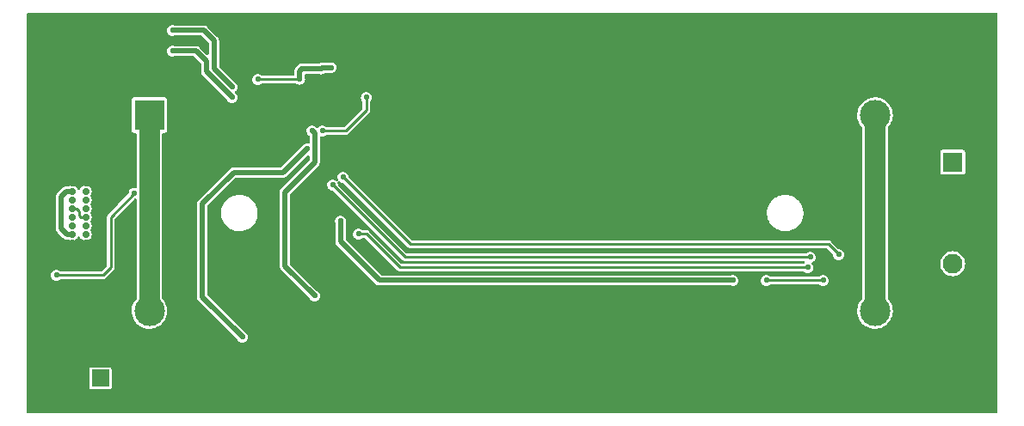
<source format=gbl>
%TF.GenerationSoftware,KiCad,Pcbnew,(6.0.7-1)-1*%
%TF.CreationDate,2023-01-10T14:36:04-05:00*%
%TF.ProjectId,LiIonUtilityBoard,4c69496f-6e55-4746-996c-697479426f61,rev?*%
%TF.SameCoordinates,Original*%
%TF.FileFunction,Copper,L2,Bot*%
%TF.FilePolarity,Positive*%
%FSLAX46Y46*%
G04 Gerber Fmt 4.6, Leading zero omitted, Abs format (unit mm)*
G04 Created by KiCad (PCBNEW (6.0.7-1)-1) date 2023-01-10 14:36:04*
%MOMM*%
%LPD*%
G01*
G04 APERTURE LIST*
%TA.AperFunction,ComponentPad*%
%ADD10C,0.700000*%
%TD*%
%TA.AperFunction,ComponentPad*%
%ADD11O,2.400000X0.900000*%
%TD*%
%TA.AperFunction,ComponentPad*%
%ADD12O,1.700000X0.900000*%
%TD*%
%TA.AperFunction,ComponentPad*%
%ADD13R,1.950000X1.950000*%
%TD*%
%TA.AperFunction,ComponentPad*%
%ADD14C,1.950000*%
%TD*%
%TA.AperFunction,ComponentPad*%
%ADD15R,3.000000X3.000000*%
%TD*%
%TA.AperFunction,ComponentPad*%
%ADD16C,3.000000*%
%TD*%
%TA.AperFunction,ComponentPad*%
%ADD17R,1.700000X1.700000*%
%TD*%
%TA.AperFunction,ComponentPad*%
%ADD18O,1.700000X1.700000*%
%TD*%
%TA.AperFunction,ViaPad*%
%ADD19C,0.800000*%
%TD*%
%TA.AperFunction,ViaPad*%
%ADD20C,0.560000*%
%TD*%
%TA.AperFunction,Conductor*%
%ADD21C,2.000000*%
%TD*%
%TA.AperFunction,Conductor*%
%ADD22C,0.500000*%
%TD*%
%TA.AperFunction,Conductor*%
%ADD23C,0.250000*%
%TD*%
G04 APERTURE END LIST*
D10*
X92025000Y-63025000D03*
X92025000Y-63875000D03*
X92025000Y-64725000D03*
X92025000Y-65575000D03*
X92025000Y-66425000D03*
X92025000Y-67275000D03*
X92025000Y-68125000D03*
X92025000Y-68975000D03*
X90675000Y-68975000D03*
X90675000Y-68125000D03*
X90675000Y-67275000D03*
X90675000Y-66425000D03*
X90675000Y-65575000D03*
X90675000Y-64725000D03*
X90675000Y-63875000D03*
X90675000Y-63025000D03*
D11*
X91045000Y-70325000D03*
X91045000Y-61675000D03*
D12*
X87665000Y-61675000D03*
X87665000Y-70325000D03*
D13*
X177337500Y-61000000D03*
D14*
X177337500Y-66000000D03*
X177337500Y-71000000D03*
D15*
X98300000Y-56350000D03*
D16*
X169700000Y-56350000D03*
X98300000Y-75650000D03*
X169700000Y-75650000D03*
D17*
X93472000Y-82301000D03*
D18*
X93472000Y-79761000D03*
D19*
X141600000Y-79300000D03*
X123600000Y-82050000D03*
X129600000Y-67150000D03*
X150600000Y-76550000D03*
X141600000Y-76550000D03*
X90000000Y-55250000D03*
X126600000Y-73800000D03*
X132600000Y-73800000D03*
X147600000Y-84800000D03*
X115400000Y-49600000D03*
D20*
X117600000Y-60800000D03*
D19*
X141600000Y-47000000D03*
X126600000Y-79300000D03*
X138600000Y-50000000D03*
X87000000Y-82650000D03*
X87000000Y-58000000D03*
X174600000Y-47000000D03*
X159600000Y-82050000D03*
X144600000Y-47000000D03*
X150600000Y-73800000D03*
X156600000Y-73800000D03*
X135600000Y-53400000D03*
X135600000Y-76550000D03*
D20*
X166200000Y-75713000D03*
D19*
X156600000Y-84800000D03*
X132600000Y-82050000D03*
X126600000Y-84800000D03*
X180600000Y-84800000D03*
X153600000Y-73800000D03*
X174600000Y-51800000D03*
X147600000Y-53400000D03*
X147600000Y-50000000D03*
X93000000Y-49750000D03*
X174600000Y-57300000D03*
X144600000Y-76550000D03*
X177600000Y-57300000D03*
X144600000Y-84800000D03*
X147600000Y-76550000D03*
X171600000Y-84800000D03*
X159600000Y-50000000D03*
X153600000Y-79300000D03*
X159600000Y-84800000D03*
X180600000Y-50000000D03*
X87000000Y-55250000D03*
X144600000Y-56150000D03*
D20*
X119636000Y-53594000D03*
D19*
X132600000Y-47000000D03*
X97200000Y-84800000D03*
X93000000Y-55250000D03*
X138600000Y-61650000D03*
X126600000Y-82050000D03*
X150600000Y-82050000D03*
D20*
X164600000Y-75713000D03*
D19*
X126600000Y-50000000D03*
X132600000Y-56150000D03*
X132600000Y-67150000D03*
X87000000Y-77150000D03*
X135600000Y-58900000D03*
X132600000Y-53400000D03*
X141600000Y-82050000D03*
X126600000Y-67150000D03*
X156600000Y-67150000D03*
X150600000Y-64400000D03*
X177600000Y-79800000D03*
X174600000Y-79800000D03*
X156600000Y-58900000D03*
X129600000Y-73800000D03*
X123600000Y-58900000D03*
X165600000Y-82050000D03*
X100200000Y-84800000D03*
X144600000Y-58900000D03*
X141600000Y-56150000D03*
X168600000Y-50000000D03*
X132600000Y-64400000D03*
X171600000Y-47000000D03*
X129600000Y-56150000D03*
X135600000Y-67150000D03*
X123600000Y-67150000D03*
X90000000Y-74400000D03*
X129600000Y-58900000D03*
X138600000Y-79300000D03*
X153600000Y-56150000D03*
X144600000Y-53400000D03*
X93000000Y-47000000D03*
X123600000Y-73800000D03*
X87000000Y-74400000D03*
X165600000Y-47000000D03*
X112200000Y-84800000D03*
X144600000Y-64400000D03*
X177600000Y-47000000D03*
X129600000Y-82050000D03*
D20*
X164592000Y-73681000D03*
D19*
X144600000Y-73800000D03*
X115400000Y-52800000D03*
X153600000Y-50000000D03*
X177600000Y-50000000D03*
X174600000Y-84800000D03*
X147600000Y-82050000D03*
X123600000Y-50000000D03*
X135600000Y-73800000D03*
X123600000Y-64400000D03*
X147600000Y-73800000D03*
X126600000Y-56150000D03*
X153600000Y-84800000D03*
X126600000Y-53400000D03*
X135600000Y-56150000D03*
X129600000Y-64400000D03*
X90000000Y-79900000D03*
X87000000Y-52500000D03*
X138600000Y-84800000D03*
D20*
X116600000Y-61800000D03*
D19*
X138600000Y-82050000D03*
D20*
X115600000Y-60800000D03*
D19*
X177600000Y-82050000D03*
X177600000Y-54550000D03*
X90000000Y-52500000D03*
X112070926Y-55612387D03*
X150600000Y-79300000D03*
X115400000Y-48600000D03*
X174600000Y-82050000D03*
X132600000Y-50000000D03*
X150600000Y-67150000D03*
X150600000Y-84800000D03*
X153600000Y-53400000D03*
X153600000Y-82050000D03*
X171600000Y-82050000D03*
X135600000Y-84800000D03*
X144600000Y-67150000D03*
X135600000Y-61650000D03*
X132600000Y-79300000D03*
X147600000Y-67150000D03*
X123600000Y-61650000D03*
X177600000Y-77050000D03*
X87000000Y-47000000D03*
X141600000Y-61650000D03*
X141600000Y-58900000D03*
X109200000Y-84800000D03*
X162600000Y-82050000D03*
X132600000Y-84800000D03*
X126600000Y-58900000D03*
X147600000Y-64400000D03*
X126600000Y-47000000D03*
X180600000Y-82050000D03*
X153600000Y-61650000D03*
X135600000Y-64400000D03*
X144600000Y-50000000D03*
X129600000Y-50000000D03*
X156600000Y-53400000D03*
X115200000Y-84800000D03*
X138600000Y-73800000D03*
X165600000Y-50000000D03*
X156600000Y-82050000D03*
X180600000Y-51800000D03*
X138600000Y-67150000D03*
X126600000Y-61650000D03*
X177600000Y-74300000D03*
X156600000Y-50000000D03*
X150600000Y-50000000D03*
X129600000Y-53400000D03*
X138600000Y-47000000D03*
X168600000Y-47000000D03*
X87000000Y-79900000D03*
X129600000Y-76550000D03*
X180600000Y-79800000D03*
X174600000Y-77050000D03*
X138600000Y-76550000D03*
X144600000Y-61650000D03*
X129600000Y-47000000D03*
X174600000Y-50000000D03*
X144600000Y-82050000D03*
X138600000Y-56150000D03*
X123600000Y-53400000D03*
X168600000Y-84800000D03*
X162600000Y-47000000D03*
X153600000Y-58900000D03*
X141600000Y-64400000D03*
X159600000Y-47000000D03*
X150600000Y-56150000D03*
X156600000Y-79300000D03*
D20*
X115600000Y-59800000D03*
D19*
X123600000Y-47000000D03*
X124200000Y-84800000D03*
X150600000Y-61650000D03*
X93000000Y-52500000D03*
X180600000Y-54550000D03*
X150600000Y-47000000D03*
X93000000Y-58000000D03*
D20*
X115600000Y-61800000D03*
D19*
X153600000Y-76550000D03*
X147600000Y-61650000D03*
X141600000Y-73800000D03*
X135600000Y-79300000D03*
X123600000Y-76550000D03*
X147600000Y-56150000D03*
X147600000Y-58900000D03*
X129600000Y-79300000D03*
X177600000Y-84800000D03*
X90000000Y-47000000D03*
X147600000Y-79300000D03*
X153600000Y-47000000D03*
X150600000Y-53400000D03*
X90000000Y-77150000D03*
X153600000Y-67150000D03*
X135600000Y-82050000D03*
X135600000Y-47000000D03*
D20*
X117600000Y-59800000D03*
D19*
X129600000Y-61650000D03*
X141600000Y-84800000D03*
X180600000Y-74300000D03*
X174600000Y-74300000D03*
X138600000Y-64400000D03*
X156600000Y-47000000D03*
X162600000Y-50000000D03*
X165600000Y-84800000D03*
X180600000Y-77050000D03*
X90000000Y-58000000D03*
X150600000Y-58900000D03*
X156600000Y-64400000D03*
X115400000Y-50600000D03*
X180600000Y-57300000D03*
X180600000Y-47000000D03*
X87000000Y-49750000D03*
X168600000Y-82050000D03*
X106200000Y-84800000D03*
X132600000Y-61650000D03*
D20*
X116600000Y-59800000D03*
D19*
X90000000Y-49750000D03*
X126600000Y-76550000D03*
X138600000Y-53400000D03*
X114400000Y-52800000D03*
X132600000Y-76550000D03*
X156600000Y-76550000D03*
D20*
X116600000Y-60800000D03*
D19*
X129600000Y-84800000D03*
X141600000Y-53400000D03*
X138600000Y-58900000D03*
X123600000Y-56150000D03*
X156600000Y-56150000D03*
X121200000Y-84800000D03*
X156600000Y-61650000D03*
X90000000Y-82650000D03*
D20*
X165400000Y-75713000D03*
D19*
X103200000Y-84800000D03*
X174600000Y-54550000D03*
X162600000Y-84800000D03*
X141600000Y-50000000D03*
D20*
X113030000Y-80264000D03*
D19*
X141600000Y-67150000D03*
X171600000Y-50000000D03*
X144600000Y-79300000D03*
D20*
X110490000Y-49276000D03*
D19*
X147600000Y-47000000D03*
X132600000Y-58900000D03*
X118200000Y-84800000D03*
X153600000Y-64400000D03*
X177600000Y-51800000D03*
X126600000Y-64400000D03*
X135600000Y-50000000D03*
D20*
X115316000Y-57912000D03*
X119636000Y-54610000D03*
X117094000Y-66802000D03*
X155702000Y-72644000D03*
X113082000Y-52812000D03*
X113282000Y-51800000D03*
X116182000Y-51662000D03*
X108966000Y-52832000D03*
X115200000Y-51800000D03*
X100584000Y-48006000D03*
X106426000Y-53594000D03*
X100584000Y-50038000D03*
X106426000Y-54610000D03*
X96800000Y-64050000D03*
X89154000Y-72136000D03*
X117348000Y-62484000D03*
X166116000Y-70104000D03*
X107442000Y-78232000D03*
X113792000Y-59690000D03*
X116332000Y-63246000D03*
X163322000Y-70358000D03*
X163068000Y-71374000D03*
X118872000Y-68072000D03*
X164592000Y-72644000D03*
X159004000Y-72644000D03*
X114554000Y-74168000D03*
X114300000Y-57912000D03*
D21*
X98300000Y-56350000D02*
X98300000Y-75650000D01*
X169700000Y-56350000D02*
X169700000Y-75650000D01*
D22*
X90125000Y-63875000D02*
X90675000Y-63875000D01*
X90180026Y-68125000D02*
X89600000Y-67544974D01*
X89600000Y-64400000D02*
X90125000Y-63875000D01*
X90675000Y-68125000D02*
X90180026Y-68125000D01*
X89600000Y-67544974D02*
X89600000Y-64400000D01*
D23*
X117602000Y-57912000D02*
X119636000Y-55878000D01*
X119636000Y-55878000D02*
X119636000Y-54610000D01*
X115316000Y-57912000D02*
X117602000Y-57912000D01*
D22*
X117094000Y-66802000D02*
X117094000Y-68834000D01*
X117094000Y-68834000D02*
X120904000Y-72644000D01*
X120904000Y-72644000D02*
X155702000Y-72644000D01*
X116182000Y-51662000D02*
X115338000Y-51662000D01*
X113282000Y-51800000D02*
X113082000Y-52000000D01*
D23*
X108986000Y-52812000D02*
X113082000Y-52812000D01*
X108966000Y-52832000D02*
X108986000Y-52812000D01*
D22*
X115338000Y-51662000D02*
X115200000Y-51800000D01*
X113082000Y-52000000D02*
X113082000Y-52812000D01*
X115200000Y-51800000D02*
X113282000Y-51800000D01*
X106426000Y-53594000D02*
X104648000Y-51816000D01*
X104648000Y-51816000D02*
X104648000Y-49022000D01*
X103632000Y-48006000D02*
X100584000Y-48006000D01*
X104648000Y-49022000D02*
X103632000Y-48006000D01*
X103886000Y-51054000D02*
X102870000Y-50038000D01*
X106426000Y-54610000D02*
X103886000Y-52070000D01*
X102870000Y-50038000D02*
X100584000Y-50038000D01*
X103886000Y-52070000D02*
X103886000Y-51054000D01*
D23*
X91575000Y-66425000D02*
X92025000Y-66425000D01*
X90675000Y-65575000D02*
X91125000Y-65575000D01*
X91125000Y-65575000D02*
X91400000Y-65850000D01*
X91400000Y-65850000D02*
X91400000Y-66250000D01*
X91400000Y-66250000D02*
X91575000Y-66425000D01*
X94488000Y-66462000D02*
X94488000Y-71374000D01*
X96800000Y-64050000D02*
X94488000Y-66462000D01*
X93726000Y-72136000D02*
X89154000Y-72136000D01*
X94488000Y-71374000D02*
X93726000Y-72136000D01*
X165100000Y-69088000D02*
X123952000Y-69088000D01*
X123952000Y-69088000D02*
X117348000Y-62484000D01*
X166116000Y-70104000D02*
X165100000Y-69088000D01*
D22*
X111482000Y-62000000D02*
X106600000Y-62000000D01*
X106600000Y-62000000D02*
X103493145Y-65106855D01*
X103493145Y-74283145D02*
X107442000Y-78232000D01*
X103493145Y-65106855D02*
X103493145Y-74283145D01*
X113792000Y-59690000D02*
X111482000Y-62000000D01*
D23*
X123444000Y-70358000D02*
X116332000Y-63246000D01*
X163322000Y-70358000D02*
X123444000Y-70358000D01*
X118872000Y-68072000D02*
X119634000Y-68072000D01*
X119634000Y-68072000D02*
X122936000Y-71374000D01*
X122936000Y-71374000D02*
X163068000Y-71374000D01*
X164592000Y-72644000D02*
X159004000Y-72644000D01*
D22*
X114554000Y-61046000D02*
X111600000Y-64000000D01*
X111600000Y-71214000D02*
X114554000Y-74168000D01*
X114554000Y-58166000D02*
X114554000Y-61046000D01*
X111600000Y-64000000D02*
X111600000Y-71214000D01*
X114300000Y-57912000D02*
X114554000Y-58166000D01*
%TA.AperFunction,Conductor*%
G36*
X181692539Y-46270185D02*
G01*
X181738294Y-46322989D01*
X181749500Y-46374500D01*
X181749500Y-85625500D01*
X181729815Y-85692539D01*
X181677011Y-85738294D01*
X181625500Y-85749500D01*
X86374500Y-85749500D01*
X86307461Y-85729815D01*
X86261706Y-85677011D01*
X86250500Y-85625500D01*
X86250500Y-83175674D01*
X92371500Y-83175674D01*
X92386034Y-83248740D01*
X92441399Y-83331601D01*
X92524260Y-83386966D01*
X92558313Y-83393740D01*
X92591347Y-83400311D01*
X92591350Y-83400311D01*
X92597326Y-83401500D01*
X94346674Y-83401500D01*
X94352650Y-83400311D01*
X94352653Y-83400311D01*
X94385687Y-83393740D01*
X94419740Y-83386966D01*
X94502601Y-83331601D01*
X94557966Y-83248740D01*
X94572500Y-83175674D01*
X94572500Y-81426326D01*
X94557966Y-81353260D01*
X94502601Y-81270399D01*
X94419740Y-81215034D01*
X94385687Y-81208260D01*
X94352653Y-81201689D01*
X94352650Y-81201689D01*
X94346674Y-81200500D01*
X92597326Y-81200500D01*
X92591350Y-81201689D01*
X92591347Y-81201689D01*
X92558313Y-81208260D01*
X92524260Y-81215034D01*
X92441399Y-81270399D01*
X92386034Y-81353260D01*
X92371500Y-81426326D01*
X92371500Y-83175674D01*
X86250500Y-83175674D01*
X86250500Y-72136000D01*
X88618922Y-72136000D01*
X88637154Y-72274488D01*
X88690609Y-72403539D01*
X88695556Y-72409986D01*
X88770675Y-72507882D01*
X88775643Y-72514357D01*
X88886461Y-72599391D01*
X88950987Y-72626119D01*
X89008003Y-72649736D01*
X89008005Y-72649737D01*
X89015512Y-72652846D01*
X89154000Y-72671078D01*
X89162059Y-72670017D01*
X89284429Y-72653907D01*
X89292488Y-72652846D01*
X89299995Y-72649737D01*
X89299997Y-72649736D01*
X89357013Y-72626119D01*
X89421539Y-72599391D01*
X89427984Y-72594445D01*
X89427990Y-72594442D01*
X89502688Y-72537124D01*
X89567857Y-72511930D01*
X89578174Y-72511500D01*
X93672716Y-72511500D01*
X93696651Y-72514047D01*
X93698052Y-72514113D01*
X93708066Y-72516269D01*
X93718239Y-72515065D01*
X93741102Y-72512359D01*
X93746984Y-72512012D01*
X93746977Y-72511922D01*
X93752082Y-72511500D01*
X93757193Y-72511500D01*
X93776053Y-72508361D01*
X93781832Y-72507539D01*
X93822032Y-72502781D01*
X93822034Y-72502780D01*
X93832210Y-72501576D01*
X93840377Y-72497654D01*
X93849313Y-72496167D01*
X93893958Y-72472077D01*
X93899163Y-72469425D01*
X93937867Y-72450840D01*
X93937866Y-72450840D01*
X93944900Y-72447463D01*
X93949131Y-72443906D01*
X93951017Y-72442020D01*
X93952947Y-72440249D01*
X93953000Y-72440221D01*
X93953117Y-72440348D01*
X93953674Y-72439857D01*
X93959329Y-72436806D01*
X93995552Y-72397620D01*
X93998927Y-72394110D01*
X94715843Y-71677195D01*
X94734545Y-71662091D01*
X94735599Y-71661132D01*
X94744210Y-71655572D01*
X94764804Y-71629449D01*
X94768724Y-71625038D01*
X94768654Y-71624979D01*
X94771959Y-71621079D01*
X94775576Y-71617462D01*
X94778544Y-71613309D01*
X94778553Y-71613298D01*
X94786697Y-71601900D01*
X94790207Y-71597225D01*
X94815258Y-71565449D01*
X94815259Y-71565447D01*
X94821603Y-71557400D01*
X94824605Y-71548852D01*
X94829872Y-71541481D01*
X94844410Y-71492869D01*
X94846215Y-71487315D01*
X94860438Y-71446814D01*
X94860439Y-71446812D01*
X94863023Y-71439452D01*
X94863500Y-71433945D01*
X94863500Y-71431262D01*
X94863613Y-71428663D01*
X94863636Y-71428585D01*
X94863804Y-71428592D01*
X94863849Y-71427871D01*
X94865691Y-71421713D01*
X94864773Y-71398334D01*
X94863596Y-71368394D01*
X94863500Y-71363526D01*
X94863500Y-66662734D01*
X94883185Y-66595695D01*
X94897983Y-66576928D01*
X95858371Y-65575000D01*
X96778157Y-64615431D01*
X96838755Y-64580657D01*
X96851486Y-64578300D01*
X96866698Y-64576297D01*
X96909317Y-64570687D01*
X96978352Y-64581454D01*
X97030607Y-64627835D01*
X97049500Y-64693626D01*
X97049500Y-74371055D01*
X97029815Y-74438094D01*
X97020844Y-74450335D01*
X96870895Y-74630629D01*
X96735920Y-74853061D01*
X96734142Y-74857301D01*
X96734139Y-74857307D01*
X96716839Y-74898563D01*
X96635305Y-75093001D01*
X96571261Y-75345177D01*
X96545194Y-75604049D01*
X96545415Y-75608651D01*
X96545415Y-75608653D01*
X96550587Y-75716319D01*
X96557677Y-75863930D01*
X96608435Y-76119112D01*
X96696355Y-76363989D01*
X96819504Y-76593180D01*
X96975177Y-76801651D01*
X97064480Y-76890178D01*
X97156690Y-76981588D01*
X97156695Y-76981592D01*
X97159954Y-76984823D01*
X97369775Y-77138670D01*
X97489546Y-77201685D01*
X97595953Y-77257669D01*
X97595960Y-77257672D01*
X97600033Y-77259815D01*
X97845667Y-77345594D01*
X97850186Y-77346452D01*
X97850190Y-77346453D01*
X98096767Y-77393267D01*
X98096770Y-77393267D01*
X98101282Y-77394124D01*
X98105872Y-77394304D01*
X98105878Y-77394305D01*
X98356656Y-77404158D01*
X98361263Y-77404339D01*
X98473575Y-77392039D01*
X98615327Y-77376515D01*
X98615332Y-77376514D01*
X98619898Y-77376014D01*
X98871505Y-77309771D01*
X98875732Y-77307955D01*
X99106331Y-77208882D01*
X99106335Y-77208880D01*
X99110557Y-77207066D01*
X99114461Y-77204650D01*
X99114467Y-77204647D01*
X99327887Y-77072579D01*
X99327894Y-77072574D01*
X99331803Y-77070155D01*
X99530382Y-76902046D01*
X99701931Y-76706431D01*
X99842683Y-76487608D01*
X99949544Y-76250385D01*
X99960389Y-76211933D01*
X100018918Y-76004406D01*
X100018919Y-76004399D01*
X100020168Y-75999972D01*
X100053002Y-75741871D01*
X100055408Y-75650000D01*
X100055178Y-75646902D01*
X100036467Y-75395118D01*
X100036466Y-75395113D01*
X100036126Y-75390534D01*
X100026900Y-75349758D01*
X100015897Y-75301133D01*
X99978705Y-75136768D01*
X99884405Y-74894277D01*
X99860849Y-74853061D01*
X99757579Y-74672377D01*
X99757578Y-74672376D01*
X99755299Y-74668388D01*
X99594223Y-74464064D01*
X99589539Y-74459658D01*
X99589210Y-74459098D01*
X99587762Y-74457517D01*
X99588101Y-74457206D01*
X99554196Y-74399387D01*
X99550500Y-74369338D01*
X99550500Y-65141247D01*
X102988669Y-65141247D01*
X102990513Y-65149887D01*
X102991067Y-65158009D01*
X102992645Y-65172961D01*
X102992645Y-74213184D01*
X102991310Y-74225130D01*
X102991784Y-74225168D01*
X102991075Y-74233977D01*
X102989126Y-74242592D01*
X102989673Y-74251409D01*
X102989673Y-74251410D01*
X102992407Y-74295473D01*
X102992645Y-74303152D01*
X102992645Y-74319085D01*
X102993271Y-74323453D01*
X102993271Y-74323459D01*
X102994104Y-74329275D01*
X102995118Y-74339174D01*
X102998004Y-74385683D01*
X103001005Y-74393994D01*
X103001591Y-74396826D01*
X103005755Y-74413529D01*
X103006569Y-74416313D01*
X103007822Y-74425063D01*
X103027114Y-74467493D01*
X103030861Y-74476699D01*
X103046685Y-74520532D01*
X103051900Y-74527670D01*
X103053261Y-74530230D01*
X103061950Y-74545100D01*
X103063504Y-74547530D01*
X103067161Y-74555573D01*
X103072926Y-74562263D01*
X103097589Y-74590886D01*
X103103774Y-74598676D01*
X103111667Y-74609481D01*
X103122467Y-74620281D01*
X103128724Y-74627020D01*
X103154978Y-74657490D01*
X103154981Y-74657493D01*
X103160745Y-74664182D01*
X103168160Y-74668988D01*
X103174284Y-74674330D01*
X103185982Y-74683796D01*
X106944822Y-78442636D01*
X106971702Y-78482863D01*
X106978609Y-78499539D01*
X107063643Y-78610357D01*
X107174461Y-78695391D01*
X107238986Y-78722118D01*
X107296003Y-78745736D01*
X107296005Y-78745737D01*
X107303512Y-78748846D01*
X107442000Y-78767078D01*
X107450059Y-78766017D01*
X107572429Y-78749907D01*
X107580488Y-78748846D01*
X107587995Y-78745737D01*
X107587997Y-78745736D01*
X107645014Y-78722118D01*
X107709539Y-78695391D01*
X107820357Y-78610357D01*
X107905391Y-78499539D01*
X107958846Y-78370488D01*
X107977078Y-78232000D01*
X107958846Y-78093512D01*
X107905391Y-77964461D01*
X107820357Y-77853643D01*
X107709539Y-77768609D01*
X107692863Y-77761702D01*
X107652636Y-77734822D01*
X105521863Y-75604049D01*
X167945194Y-75604049D01*
X167945415Y-75608651D01*
X167945415Y-75608653D01*
X167950587Y-75716319D01*
X167957677Y-75863930D01*
X168008435Y-76119112D01*
X168096355Y-76363989D01*
X168219504Y-76593180D01*
X168375177Y-76801651D01*
X168464480Y-76890178D01*
X168556690Y-76981588D01*
X168556695Y-76981592D01*
X168559954Y-76984823D01*
X168769775Y-77138670D01*
X168889546Y-77201685D01*
X168995953Y-77257669D01*
X168995960Y-77257672D01*
X169000033Y-77259815D01*
X169245667Y-77345594D01*
X169250186Y-77346452D01*
X169250190Y-77346453D01*
X169496767Y-77393267D01*
X169496770Y-77393267D01*
X169501282Y-77394124D01*
X169505872Y-77394304D01*
X169505878Y-77394305D01*
X169756656Y-77404158D01*
X169761263Y-77404339D01*
X169873575Y-77392039D01*
X170015327Y-77376515D01*
X170015332Y-77376514D01*
X170019898Y-77376014D01*
X170271505Y-77309771D01*
X170275732Y-77307955D01*
X170506331Y-77208882D01*
X170506335Y-77208880D01*
X170510557Y-77207066D01*
X170514461Y-77204650D01*
X170514467Y-77204647D01*
X170727887Y-77072579D01*
X170727894Y-77072574D01*
X170731803Y-77070155D01*
X170930382Y-76902046D01*
X171101931Y-76706431D01*
X171242683Y-76487608D01*
X171349544Y-76250385D01*
X171360389Y-76211933D01*
X171418918Y-76004406D01*
X171418919Y-76004399D01*
X171420168Y-75999972D01*
X171453002Y-75741871D01*
X171455408Y-75650000D01*
X171455178Y-75646902D01*
X171436467Y-75395118D01*
X171436466Y-75395113D01*
X171436126Y-75390534D01*
X171426900Y-75349758D01*
X171415897Y-75301133D01*
X171378705Y-75136768D01*
X171284405Y-74894277D01*
X171260849Y-74853061D01*
X171157579Y-74672377D01*
X171157578Y-74672376D01*
X171155299Y-74668388D01*
X170994223Y-74464064D01*
X170989539Y-74459658D01*
X170989210Y-74459098D01*
X170987762Y-74457517D01*
X170988101Y-74457206D01*
X170954196Y-74399387D01*
X170950500Y-74369338D01*
X170950500Y-71000000D01*
X176107319Y-71000000D01*
X176126008Y-71213619D01*
X176135740Y-71249940D01*
X176171142Y-71382059D01*
X176181508Y-71420747D01*
X176272132Y-71615090D01*
X176275239Y-71619527D01*
X176275240Y-71619529D01*
X176392021Y-71786310D01*
X176392024Y-71786314D01*
X176395127Y-71790745D01*
X176546755Y-71942373D01*
X176722409Y-72065368D01*
X176916753Y-72155992D01*
X176921976Y-72157391D01*
X176921980Y-72157393D01*
X177027094Y-72185558D01*
X177123881Y-72211492D01*
X177337500Y-72230181D01*
X177551119Y-72211492D01*
X177647906Y-72185558D01*
X177753020Y-72157393D01*
X177753024Y-72157391D01*
X177758247Y-72155992D01*
X177952591Y-72065368D01*
X178128245Y-71942373D01*
X178279873Y-71790745D01*
X178282976Y-71786314D01*
X178282979Y-71786310D01*
X178399760Y-71619529D01*
X178399761Y-71619527D01*
X178402868Y-71615090D01*
X178493492Y-71420747D01*
X178503859Y-71382059D01*
X178539260Y-71249940D01*
X178548992Y-71213619D01*
X178567681Y-71000000D01*
X178548992Y-70786381D01*
X178524997Y-70696832D01*
X178494893Y-70584480D01*
X178494891Y-70584476D01*
X178493492Y-70579253D01*
X178402868Y-70384910D01*
X178393506Y-70371539D01*
X178282979Y-70213690D01*
X178282976Y-70213686D01*
X178279873Y-70209255D01*
X178128245Y-70057627D01*
X177952591Y-69934632D01*
X177758247Y-69844008D01*
X177753024Y-69842609D01*
X177753020Y-69842607D01*
X177556351Y-69789910D01*
X177556352Y-69789910D01*
X177551119Y-69788508D01*
X177337500Y-69769819D01*
X177123881Y-69788508D01*
X177118648Y-69789910D01*
X177118649Y-69789910D01*
X176921980Y-69842607D01*
X176921976Y-69842609D01*
X176916753Y-69844008D01*
X176722410Y-69934632D01*
X176717973Y-69937739D01*
X176717971Y-69937740D01*
X176551190Y-70054521D01*
X176551189Y-70054522D01*
X176546755Y-70057627D01*
X176395127Y-70209255D01*
X176392024Y-70213686D01*
X176392021Y-70213690D01*
X176281494Y-70371539D01*
X176272132Y-70384910D01*
X176181508Y-70579253D01*
X176180109Y-70584476D01*
X176180107Y-70584480D01*
X176150003Y-70696832D01*
X176126008Y-70786381D01*
X176107319Y-71000000D01*
X170950500Y-71000000D01*
X170950500Y-61999674D01*
X176112000Y-61999674D01*
X176113189Y-62005650D01*
X176113189Y-62005653D01*
X176116164Y-62020609D01*
X176126534Y-62072740D01*
X176181899Y-62155601D01*
X176264760Y-62210966D01*
X176292385Y-62216461D01*
X176331847Y-62224311D01*
X176331850Y-62224311D01*
X176337826Y-62225500D01*
X178337174Y-62225500D01*
X178343150Y-62224311D01*
X178343153Y-62224311D01*
X178382615Y-62216461D01*
X178410240Y-62210966D01*
X178493101Y-62155601D01*
X178548466Y-62072740D01*
X178558836Y-62020609D01*
X178561811Y-62005653D01*
X178561811Y-62005650D01*
X178563000Y-61999674D01*
X178563000Y-60000326D01*
X178548466Y-59927260D01*
X178493101Y-59844399D01*
X178410240Y-59789034D01*
X178376187Y-59782260D01*
X178343153Y-59775689D01*
X178343150Y-59775689D01*
X178337174Y-59774500D01*
X176337826Y-59774500D01*
X176331850Y-59775689D01*
X176331847Y-59775689D01*
X176298813Y-59782260D01*
X176264760Y-59789034D01*
X176181899Y-59844399D01*
X176126534Y-59927260D01*
X176112000Y-60000326D01*
X176112000Y-61999674D01*
X170950500Y-61999674D01*
X170950500Y-57625776D01*
X170970185Y-57558737D01*
X170981272Y-57544017D01*
X170987864Y-57536500D01*
X171101931Y-57406431D01*
X171242683Y-57187608D01*
X171349544Y-56950385D01*
X171360389Y-56911933D01*
X171418918Y-56704406D01*
X171418919Y-56704399D01*
X171420168Y-56699972D01*
X171453002Y-56441871D01*
X171455408Y-56350000D01*
X171455178Y-56346902D01*
X171436467Y-56095118D01*
X171436466Y-56095113D01*
X171436126Y-56090534D01*
X171429356Y-56060612D01*
X171400488Y-55933037D01*
X171378705Y-55836768D01*
X171284405Y-55594277D01*
X171260849Y-55553061D01*
X171157579Y-55372377D01*
X171157578Y-55372376D01*
X171155299Y-55368388D01*
X170994223Y-55164064D01*
X170974041Y-55145078D01*
X170808066Y-54988945D01*
X170808064Y-54988944D01*
X170804714Y-54985792D01*
X170760066Y-54954818D01*
X170718568Y-54926030D01*
X170590937Y-54837489D01*
X170586818Y-54835458D01*
X170586815Y-54835456D01*
X170361717Y-54724450D01*
X170361709Y-54724447D01*
X170357587Y-54722414D01*
X170353206Y-54721012D01*
X170353202Y-54721010D01*
X170223686Y-54679552D01*
X170109792Y-54643094D01*
X169852994Y-54601272D01*
X169725371Y-54599601D01*
X169597444Y-54597926D01*
X169597439Y-54597926D01*
X169592835Y-54597866D01*
X169424174Y-54620820D01*
X169339585Y-54632332D01*
X169339584Y-54632332D01*
X169335030Y-54632952D01*
X169330620Y-54634237D01*
X169330617Y-54634238D01*
X169233260Y-54662615D01*
X169085243Y-54705758D01*
X169081075Y-54707680D01*
X169081071Y-54707681D01*
X168958384Y-54764241D01*
X168848961Y-54814686D01*
X168845113Y-54817209D01*
X168845111Y-54817210D01*
X168764547Y-54870030D01*
X168631375Y-54957341D01*
X168627945Y-54960402D01*
X168627939Y-54960407D01*
X168440696Y-55127528D01*
X168440691Y-55127533D01*
X168437265Y-55130591D01*
X168434325Y-55134126D01*
X168434323Y-55134128D01*
X168425216Y-55145078D01*
X168270895Y-55330629D01*
X168135920Y-55553061D01*
X168134142Y-55557301D01*
X168134139Y-55557307D01*
X168116839Y-55598563D01*
X168035305Y-55793001D01*
X167971261Y-56045177D01*
X167945194Y-56304049D01*
X167945415Y-56308651D01*
X167945415Y-56308653D01*
X167950587Y-56416319D01*
X167957677Y-56563930D01*
X168008435Y-56819112D01*
X168096355Y-57063989D01*
X168219504Y-57293180D01*
X168375177Y-57501651D01*
X168384483Y-57510876D01*
X168412798Y-57538945D01*
X168446550Y-57600121D01*
X168449500Y-57627008D01*
X168449500Y-74371055D01*
X168429815Y-74438094D01*
X168420844Y-74450335D01*
X168270895Y-74630629D01*
X168135920Y-74853061D01*
X168134142Y-74857301D01*
X168134139Y-74857307D01*
X168116839Y-74898563D01*
X168035305Y-75093001D01*
X167971261Y-75345177D01*
X167945194Y-75604049D01*
X105521863Y-75604049D01*
X104029964Y-74112150D01*
X103996479Y-74050827D01*
X103993645Y-74024469D01*
X103993645Y-66110226D01*
X105347819Y-66110226D01*
X105383907Y-66375395D01*
X105385194Y-66379811D01*
X105385195Y-66379815D01*
X105441708Y-66573703D01*
X105458792Y-66632317D01*
X105460716Y-66636491D01*
X105460717Y-66636493D01*
X105497477Y-66716231D01*
X105570831Y-66875348D01*
X105573350Y-66879190D01*
X105573351Y-66879192D01*
X105715036Y-67095297D01*
X105715039Y-67095302D01*
X105717562Y-67099149D01*
X105749832Y-67135304D01*
X105892697Y-67295372D01*
X105892702Y-67295377D01*
X105895760Y-67298803D01*
X106101512Y-67469925D01*
X106330298Y-67608756D01*
X106334538Y-67610534D01*
X106334544Y-67610537D01*
X106422720Y-67647512D01*
X106577091Y-67712245D01*
X106836470Y-67778119D01*
X106953462Y-67789899D01*
X107055640Y-67800188D01*
X107055645Y-67800188D01*
X107058741Y-67800500D01*
X107217944Y-67800500D01*
X107220244Y-67800329D01*
X107220246Y-67800329D01*
X107251398Y-67798014D01*
X107416877Y-67785717D01*
X107421370Y-67784700D01*
X107421372Y-67784700D01*
X107673402Y-67727671D01*
X107673405Y-67727670D01*
X107677891Y-67726655D01*
X107895911Y-67641872D01*
X107923023Y-67631329D01*
X107923026Y-67631328D01*
X107927309Y-67629662D01*
X107931294Y-67627384D01*
X107931299Y-67627382D01*
X108155661Y-67499148D01*
X108155662Y-67499147D01*
X108159650Y-67496868D01*
X108369811Y-67331190D01*
X108397511Y-67301745D01*
X108550022Y-67139621D01*
X108550024Y-67139619D01*
X108553175Y-67136269D01*
X108565832Y-67118025D01*
X108661617Y-66979950D01*
X108705714Y-66916385D01*
X108782764Y-66760143D01*
X108822040Y-66680500D01*
X108822041Y-66680498D01*
X108824076Y-66676371D01*
X108825613Y-66671571D01*
X108888925Y-66473783D01*
X108905662Y-66421497D01*
X108948678Y-66157364D01*
X108952181Y-65889774D01*
X108916093Y-65624605D01*
X108903979Y-65583041D01*
X108842496Y-65372102D01*
X108841208Y-65367683D01*
X108804209Y-65287425D01*
X108782989Y-65241397D01*
X108729169Y-65124652D01*
X108707977Y-65092329D01*
X108584964Y-64904703D01*
X108584961Y-64904698D01*
X108582438Y-64900851D01*
X108428526Y-64728407D01*
X108407303Y-64704628D01*
X108407298Y-64704623D01*
X108404240Y-64701197D01*
X108198488Y-64530075D01*
X107969702Y-64391244D01*
X107965462Y-64389466D01*
X107965456Y-64389463D01*
X107752110Y-64300000D01*
X107722909Y-64287755D01*
X107463530Y-64221881D01*
X107318862Y-64207314D01*
X107244360Y-64199812D01*
X107244355Y-64199812D01*
X107241259Y-64199500D01*
X107082056Y-64199500D01*
X107079756Y-64199671D01*
X107079754Y-64199671D01*
X107077857Y-64199812D01*
X106883123Y-64214283D01*
X106878630Y-64215300D01*
X106878628Y-64215300D01*
X106626598Y-64272329D01*
X106626595Y-64272330D01*
X106622109Y-64273345D01*
X106527038Y-64310316D01*
X106376977Y-64368671D01*
X106376974Y-64368672D01*
X106372691Y-64370338D01*
X106368706Y-64372616D01*
X106368701Y-64372618D01*
X106228031Y-64453018D01*
X106140350Y-64503132D01*
X105930189Y-64668810D01*
X105927044Y-64672153D01*
X105927041Y-64672156D01*
X105779268Y-64829243D01*
X105746825Y-64863731D01*
X105744203Y-64867510D01*
X105744201Y-64867513D01*
X105729107Y-64889271D01*
X105594286Y-65083615D01*
X105557599Y-65158009D01*
X105500094Y-65274618D01*
X105475924Y-65323629D01*
X105474522Y-65328010D01*
X105474520Y-65328014D01*
X105448043Y-65410729D01*
X105394338Y-65578503D01*
X105351322Y-65842636D01*
X105347819Y-66110226D01*
X103993645Y-66110226D01*
X103993645Y-65365531D01*
X104013330Y-65298492D01*
X104029964Y-65277850D01*
X106770995Y-62536819D01*
X106832318Y-62503334D01*
X106858676Y-62500500D01*
X111412039Y-62500500D01*
X111423985Y-62501835D01*
X111424023Y-62501361D01*
X111432832Y-62502070D01*
X111441447Y-62504019D01*
X111450264Y-62503472D01*
X111450265Y-62503472D01*
X111494328Y-62500738D01*
X111502007Y-62500500D01*
X111517940Y-62500500D01*
X111522308Y-62499874D01*
X111522314Y-62499874D01*
X111528130Y-62499041D01*
X111538029Y-62498027D01*
X111570452Y-62496015D01*
X111575722Y-62495688D01*
X111584538Y-62495141D01*
X111592849Y-62492140D01*
X111595681Y-62491554D01*
X111612384Y-62487390D01*
X111615168Y-62486576D01*
X111623918Y-62485323D01*
X111666348Y-62466031D01*
X111675554Y-62462284D01*
X111711075Y-62449461D01*
X111711077Y-62449460D01*
X111719387Y-62446460D01*
X111726525Y-62441245D01*
X111729085Y-62439884D01*
X111743955Y-62431195D01*
X111746385Y-62429641D01*
X111754428Y-62425984D01*
X111789743Y-62395554D01*
X111797531Y-62389371D01*
X111808336Y-62381478D01*
X111819136Y-62370678D01*
X111825875Y-62364421D01*
X111856345Y-62338167D01*
X111856348Y-62338164D01*
X111863037Y-62332400D01*
X111867843Y-62324985D01*
X111873185Y-62318861D01*
X111882651Y-62307163D01*
X113841819Y-60347995D01*
X113903142Y-60314510D01*
X113972834Y-60319494D01*
X114028767Y-60361366D01*
X114053184Y-60426830D01*
X114053500Y-60435676D01*
X114053500Y-60787324D01*
X114033815Y-60854363D01*
X114017181Y-60875005D01*
X111295561Y-63596625D01*
X111286172Y-63604128D01*
X111286480Y-63604490D01*
X111279754Y-63610215D01*
X111272280Y-63614930D01*
X111259588Y-63629301D01*
X111237207Y-63654643D01*
X111231945Y-63660241D01*
X111220680Y-63671506D01*
X111215749Y-63678086D01*
X111214512Y-63679736D01*
X111208227Y-63687457D01*
X111186109Y-63712501D01*
X111177377Y-63722388D01*
X111173623Y-63730384D01*
X111172043Y-63732789D01*
X111163160Y-63747571D01*
X111161771Y-63750108D01*
X111156474Y-63757176D01*
X111153373Y-63765449D01*
X111153372Y-63765450D01*
X111140115Y-63800813D01*
X111136258Y-63809968D01*
X111116447Y-63852163D01*
X111115087Y-63860897D01*
X111114238Y-63863675D01*
X111109870Y-63880322D01*
X111109248Y-63883152D01*
X111106148Y-63891420D01*
X111105494Y-63900224D01*
X111105493Y-63900227D01*
X111102694Y-63937899D01*
X111101561Y-63947773D01*
X111099500Y-63961009D01*
X111099500Y-63976285D01*
X111099159Y-63985474D01*
X111095524Y-64034392D01*
X111097368Y-64043032D01*
X111097922Y-64051154D01*
X111099500Y-64066106D01*
X111099500Y-71144039D01*
X111098165Y-71155985D01*
X111098639Y-71156023D01*
X111097930Y-71164832D01*
X111095981Y-71173447D01*
X111096528Y-71182264D01*
X111096528Y-71182265D01*
X111099262Y-71226328D01*
X111099500Y-71234007D01*
X111099500Y-71249940D01*
X111100126Y-71254308D01*
X111100126Y-71254314D01*
X111100959Y-71260130D01*
X111101973Y-71270029D01*
X111104859Y-71316538D01*
X111107860Y-71324849D01*
X111108446Y-71327681D01*
X111112610Y-71344384D01*
X111113424Y-71347168D01*
X111114677Y-71355918D01*
X111133969Y-71398348D01*
X111137716Y-71407554D01*
X111142828Y-71421713D01*
X111153540Y-71451387D01*
X111158755Y-71458525D01*
X111160116Y-71461085D01*
X111168805Y-71475955D01*
X111170359Y-71478385D01*
X111174016Y-71486428D01*
X111179781Y-71493118D01*
X111204444Y-71521741D01*
X111210629Y-71529531D01*
X111218522Y-71540336D01*
X111229322Y-71551136D01*
X111235579Y-71557875D01*
X111261833Y-71588345D01*
X111261836Y-71588348D01*
X111267600Y-71595037D01*
X111275015Y-71599843D01*
X111281139Y-71605185D01*
X111292837Y-71614651D01*
X114056822Y-74378635D01*
X114083701Y-74418862D01*
X114090609Y-74435539D01*
X114175643Y-74546357D01*
X114182086Y-74551301D01*
X114257907Y-74609481D01*
X114286461Y-74631391D01*
X114349469Y-74657490D01*
X114408003Y-74681736D01*
X114408005Y-74681737D01*
X114415512Y-74684846D01*
X114554000Y-74703078D01*
X114562059Y-74702017D01*
X114684429Y-74685907D01*
X114692488Y-74684846D01*
X114699995Y-74681737D01*
X114699997Y-74681736D01*
X114758531Y-74657490D01*
X114821539Y-74631391D01*
X114850093Y-74609481D01*
X114925914Y-74551301D01*
X114932357Y-74546357D01*
X115017391Y-74435539D01*
X115057305Y-74339179D01*
X115067736Y-74313997D01*
X115067737Y-74313995D01*
X115070846Y-74306488D01*
X115089078Y-74168000D01*
X115070846Y-74029512D01*
X115017391Y-73900461D01*
X114932357Y-73789643D01*
X114821539Y-73704609D01*
X114804863Y-73697702D01*
X114764636Y-73670822D01*
X112136819Y-71043005D01*
X112103334Y-70981682D01*
X112100500Y-70955324D01*
X112100500Y-66802000D01*
X116558922Y-66802000D01*
X116577154Y-66940488D01*
X116583356Y-66955460D01*
X116584061Y-66957163D01*
X116593500Y-67004616D01*
X116593500Y-68764039D01*
X116592165Y-68775985D01*
X116592639Y-68776023D01*
X116591930Y-68784832D01*
X116589981Y-68793447D01*
X116590528Y-68802264D01*
X116590528Y-68802265D01*
X116593262Y-68846328D01*
X116593500Y-68854007D01*
X116593500Y-68869940D01*
X116594126Y-68874308D01*
X116594126Y-68874314D01*
X116594959Y-68880130D01*
X116595973Y-68890029D01*
X116598859Y-68936538D01*
X116601860Y-68944849D01*
X116602446Y-68947681D01*
X116606610Y-68964384D01*
X116607424Y-68967168D01*
X116608677Y-68975918D01*
X116627969Y-69018348D01*
X116631716Y-69027554D01*
X116647540Y-69071387D01*
X116652755Y-69078525D01*
X116654116Y-69081085D01*
X116662805Y-69095955D01*
X116664359Y-69098385D01*
X116668016Y-69106428D01*
X116673781Y-69113118D01*
X116698444Y-69141741D01*
X116704629Y-69149531D01*
X116712522Y-69160336D01*
X116723322Y-69171136D01*
X116729579Y-69177875D01*
X116755833Y-69208345D01*
X116755836Y-69208348D01*
X116761600Y-69215037D01*
X116769015Y-69219843D01*
X116775139Y-69225185D01*
X116786837Y-69234651D01*
X120500625Y-72948439D01*
X120508128Y-72957828D01*
X120508490Y-72957520D01*
X120514215Y-72964246D01*
X120518930Y-72971720D01*
X120525553Y-72977569D01*
X120558643Y-73006793D01*
X120564241Y-73012055D01*
X120575507Y-73023321D01*
X120583745Y-73029495D01*
X120591460Y-73035776D01*
X120626388Y-73066623D01*
X120634387Y-73070379D01*
X120636811Y-73071971D01*
X120651595Y-73080854D01*
X120654107Y-73082229D01*
X120661176Y-73087527D01*
X120669446Y-73090627D01*
X120669451Y-73090630D01*
X120704827Y-73103892D01*
X120713984Y-73107750D01*
X120756163Y-73127553D01*
X120764893Y-73128912D01*
X120767653Y-73129756D01*
X120784322Y-73134129D01*
X120787145Y-73134750D01*
X120795420Y-73137852D01*
X120804230Y-73138507D01*
X120804231Y-73138507D01*
X120824591Y-73140020D01*
X120841903Y-73141306D01*
X120851773Y-73142439D01*
X120865009Y-73144500D01*
X120880285Y-73144500D01*
X120889474Y-73144841D01*
X120938392Y-73148476D01*
X120947032Y-73146632D01*
X120955154Y-73146078D01*
X120970106Y-73144500D01*
X155499384Y-73144500D01*
X155546838Y-73153939D01*
X155563512Y-73160846D01*
X155702000Y-73179078D01*
X155710059Y-73178017D01*
X155832429Y-73161907D01*
X155840488Y-73160846D01*
X155847995Y-73157737D01*
X155847997Y-73157736D01*
X155929922Y-73123801D01*
X155969539Y-73107391D01*
X156050687Y-73045124D01*
X156073914Y-73027301D01*
X156080357Y-73022357D01*
X156165391Y-72911539D01*
X156218846Y-72782488D01*
X156237078Y-72644000D01*
X158468922Y-72644000D01*
X158487154Y-72782488D01*
X158540609Y-72911539D01*
X158625643Y-73022357D01*
X158632086Y-73027301D01*
X158655313Y-73045124D01*
X158736461Y-73107391D01*
X158776078Y-73123801D01*
X158858003Y-73157736D01*
X158858005Y-73157737D01*
X158865512Y-73160846D01*
X159004000Y-73179078D01*
X159012059Y-73178017D01*
X159134429Y-73161907D01*
X159142488Y-73160846D01*
X159149995Y-73157737D01*
X159149997Y-73157736D01*
X159231922Y-73123801D01*
X159271539Y-73107391D01*
X159277984Y-73102445D01*
X159277990Y-73102442D01*
X159352688Y-73045124D01*
X159417857Y-73019930D01*
X159428174Y-73019500D01*
X164167826Y-73019500D01*
X164234865Y-73039185D01*
X164243312Y-73045124D01*
X164318010Y-73102442D01*
X164318016Y-73102445D01*
X164324461Y-73107391D01*
X164364078Y-73123801D01*
X164446003Y-73157736D01*
X164446005Y-73157737D01*
X164453512Y-73160846D01*
X164592000Y-73179078D01*
X164600059Y-73178017D01*
X164722429Y-73161907D01*
X164730488Y-73160846D01*
X164737995Y-73157737D01*
X164737997Y-73157736D01*
X164819922Y-73123801D01*
X164859539Y-73107391D01*
X164940687Y-73045124D01*
X164963914Y-73027301D01*
X164970357Y-73022357D01*
X165055391Y-72911539D01*
X165108846Y-72782488D01*
X165127078Y-72644000D01*
X165108846Y-72505512D01*
X165104939Y-72496078D01*
X165077268Y-72429276D01*
X165055391Y-72376461D01*
X164970357Y-72265643D01*
X164948427Y-72248815D01*
X164865986Y-72185556D01*
X164859539Y-72180609D01*
X164771300Y-72144059D01*
X164737997Y-72130264D01*
X164737995Y-72130263D01*
X164730488Y-72127154D01*
X164705126Y-72123815D01*
X164600059Y-72109983D01*
X164592000Y-72108922D01*
X164583941Y-72109983D01*
X164478875Y-72123815D01*
X164453512Y-72127154D01*
X164446005Y-72130263D01*
X164446003Y-72130264D01*
X164412700Y-72144059D01*
X164324461Y-72180609D01*
X164318016Y-72185555D01*
X164318010Y-72185558D01*
X164243312Y-72242876D01*
X164178143Y-72268070D01*
X164167826Y-72268500D01*
X159428174Y-72268500D01*
X159361135Y-72248815D01*
X159352688Y-72242876D01*
X159277990Y-72185558D01*
X159277984Y-72185555D01*
X159271539Y-72180609D01*
X159183300Y-72144059D01*
X159149997Y-72130264D01*
X159149995Y-72130263D01*
X159142488Y-72127154D01*
X159117126Y-72123815D01*
X159012059Y-72109983D01*
X159004000Y-72108922D01*
X158995941Y-72109983D01*
X158890875Y-72123815D01*
X158865512Y-72127154D01*
X158858005Y-72130263D01*
X158858003Y-72130264D01*
X158824700Y-72144059D01*
X158736461Y-72180609D01*
X158730014Y-72185556D01*
X158647574Y-72248815D01*
X158625643Y-72265643D01*
X158540609Y-72376461D01*
X158518732Y-72429276D01*
X158491062Y-72496078D01*
X158487154Y-72505512D01*
X158468922Y-72644000D01*
X156237078Y-72644000D01*
X156218846Y-72505512D01*
X156214939Y-72496078D01*
X156187268Y-72429276D01*
X156165391Y-72376461D01*
X156080357Y-72265643D01*
X156058427Y-72248815D01*
X155975986Y-72185556D01*
X155969539Y-72180609D01*
X155881300Y-72144059D01*
X155847997Y-72130264D01*
X155847995Y-72130263D01*
X155840488Y-72127154D01*
X155815126Y-72123815D01*
X155710059Y-72109983D01*
X155702000Y-72108922D01*
X155693941Y-72109983D01*
X155588875Y-72123815D01*
X155563512Y-72127154D01*
X155548540Y-72133356D01*
X155546837Y-72134061D01*
X155499384Y-72143500D01*
X121162676Y-72143500D01*
X121095637Y-72123815D01*
X121074995Y-72107181D01*
X117630819Y-68663005D01*
X117597334Y-68601682D01*
X117594500Y-68575324D01*
X117594500Y-67004616D01*
X117603939Y-66957163D01*
X117604644Y-66955460D01*
X117610846Y-66940488D01*
X117629078Y-66802000D01*
X117613176Y-66681210D01*
X117611907Y-66671571D01*
X117610846Y-66663512D01*
X117599655Y-66636493D01*
X117576984Y-66581762D01*
X117557391Y-66534461D01*
X117472357Y-66423643D01*
X117415240Y-66379815D01*
X117367986Y-66343556D01*
X117361539Y-66338609D01*
X117296510Y-66311673D01*
X117239997Y-66288264D01*
X117239995Y-66288263D01*
X117232488Y-66285154D01*
X117094000Y-66266922D01*
X116955512Y-66285154D01*
X116948005Y-66288263D01*
X116948003Y-66288264D01*
X116891490Y-66311673D01*
X116826461Y-66338609D01*
X116820014Y-66343556D01*
X116772761Y-66379815D01*
X116715643Y-66423643D01*
X116630609Y-66534461D01*
X116611016Y-66581762D01*
X116588346Y-66636493D01*
X116577154Y-66663512D01*
X116576093Y-66671571D01*
X116574824Y-66681210D01*
X116558922Y-66802000D01*
X112100500Y-66802000D01*
X112100500Y-64258676D01*
X112120185Y-64191637D01*
X112136819Y-64170995D01*
X113061814Y-63246000D01*
X115796922Y-63246000D01*
X115815154Y-63384488D01*
X115818263Y-63391995D01*
X115818264Y-63391997D01*
X115839724Y-63443805D01*
X115868609Y-63513539D01*
X115953643Y-63624357D01*
X115960086Y-63629301D01*
X116015267Y-63671643D01*
X116064461Y-63709391D01*
X116127020Y-63735304D01*
X116186003Y-63759736D01*
X116186005Y-63759737D01*
X116193512Y-63762846D01*
X116213292Y-63765450D01*
X116294922Y-63776197D01*
X116358819Y-63804463D01*
X116366418Y-63811455D01*
X123140802Y-70585839D01*
X123155929Y-70604568D01*
X123156870Y-70605602D01*
X123162428Y-70614210D01*
X123170473Y-70620552D01*
X123188555Y-70634807D01*
X123192958Y-70638720D01*
X123193017Y-70638650D01*
X123196920Y-70641957D01*
X123200538Y-70645575D01*
X123204700Y-70648549D01*
X123216077Y-70656679D01*
X123220728Y-70660170D01*
X123260600Y-70691603D01*
X123269149Y-70694605D01*
X123276519Y-70699872D01*
X123286336Y-70702808D01*
X123286338Y-70702809D01*
X123325127Y-70714409D01*
X123330685Y-70716215D01*
X123371186Y-70730438D01*
X123371188Y-70730439D01*
X123378548Y-70733023D01*
X123384055Y-70733500D01*
X123386738Y-70733500D01*
X123389337Y-70733613D01*
X123389415Y-70733636D01*
X123389408Y-70733804D01*
X123390129Y-70733849D01*
X123396287Y-70735691D01*
X123406525Y-70735289D01*
X123406527Y-70735289D01*
X123449606Y-70733596D01*
X123454474Y-70733500D01*
X162665981Y-70733500D01*
X162733020Y-70753185D01*
X162778775Y-70805989D01*
X162788719Y-70875147D01*
X162759694Y-70938703D01*
X162741467Y-70955876D01*
X162719312Y-70972876D01*
X162654143Y-70998070D01*
X162643826Y-70998500D01*
X123142899Y-70998500D01*
X123075860Y-70978815D01*
X123055218Y-70962181D01*
X119937198Y-67844161D01*
X119922071Y-67825432D01*
X119921130Y-67824398D01*
X119915572Y-67815790D01*
X119889445Y-67795193D01*
X119885042Y-67791280D01*
X119884983Y-67791350D01*
X119881080Y-67788043D01*
X119877462Y-67784425D01*
X119861920Y-67773319D01*
X119857272Y-67769830D01*
X119817400Y-67738397D01*
X119808851Y-67735395D01*
X119801481Y-67730128D01*
X119752877Y-67715592D01*
X119747324Y-67713788D01*
X119706817Y-67699563D01*
X119706814Y-67699562D01*
X119699452Y-67696977D01*
X119693945Y-67696500D01*
X119691261Y-67696500D01*
X119688659Y-67696387D01*
X119688585Y-67696365D01*
X119688592Y-67696196D01*
X119687867Y-67696150D01*
X119681713Y-67694310D01*
X119671474Y-67694712D01*
X119671471Y-67694712D01*
X119628419Y-67696404D01*
X119623551Y-67696500D01*
X119296174Y-67696500D01*
X119229135Y-67676815D01*
X119220688Y-67670876D01*
X119145990Y-67613558D01*
X119145984Y-67613555D01*
X119139539Y-67608609D01*
X119065259Y-67577841D01*
X119017997Y-67558264D01*
X119017995Y-67558263D01*
X119010488Y-67555154D01*
X118872000Y-67536922D01*
X118733512Y-67555154D01*
X118726005Y-67558263D01*
X118726003Y-67558264D01*
X118678741Y-67577841D01*
X118604461Y-67608609D01*
X118598014Y-67613556D01*
X118515574Y-67676815D01*
X118493643Y-67693643D01*
X118408609Y-67804461D01*
X118387062Y-67856480D01*
X118376446Y-67882110D01*
X118355154Y-67933512D01*
X118336922Y-68072000D01*
X118355154Y-68210488D01*
X118408609Y-68339539D01*
X118493643Y-68450357D01*
X118500086Y-68455301D01*
X118549288Y-68493055D01*
X118604461Y-68535391D01*
X118668348Y-68561854D01*
X118726003Y-68585736D01*
X118726005Y-68585737D01*
X118733512Y-68588846D01*
X118872000Y-68607078D01*
X118880059Y-68606017D01*
X119002429Y-68589907D01*
X119010488Y-68588846D01*
X119017995Y-68585737D01*
X119017997Y-68585736D01*
X119075652Y-68561854D01*
X119139539Y-68535391D01*
X119145984Y-68530445D01*
X119145990Y-68530442D01*
X119220688Y-68473124D01*
X119285857Y-68447930D01*
X119296174Y-68447500D01*
X119427101Y-68447500D01*
X119494140Y-68467185D01*
X119514782Y-68483819D01*
X122632802Y-71601839D01*
X122647929Y-71620568D01*
X122648870Y-71621602D01*
X122654428Y-71630210D01*
X122662473Y-71636552D01*
X122680555Y-71650807D01*
X122684958Y-71654720D01*
X122685017Y-71654650D01*
X122688920Y-71657957D01*
X122692538Y-71661575D01*
X122696700Y-71664549D01*
X122708077Y-71672679D01*
X122712728Y-71676170D01*
X122752600Y-71707603D01*
X122761149Y-71710605D01*
X122768519Y-71715872D01*
X122817114Y-71730405D01*
X122822672Y-71732211D01*
X122863183Y-71746438D01*
X122863193Y-71746440D01*
X122870548Y-71749023D01*
X122876055Y-71749500D01*
X122878738Y-71749500D01*
X122881340Y-71749613D01*
X122881415Y-71749635D01*
X122881408Y-71749804D01*
X122882132Y-71749850D01*
X122888286Y-71751690D01*
X122898525Y-71751288D01*
X122898528Y-71751288D01*
X122941580Y-71749596D01*
X122946448Y-71749500D01*
X162643826Y-71749500D01*
X162710865Y-71769185D01*
X162719312Y-71775124D01*
X162794010Y-71832442D01*
X162794016Y-71832445D01*
X162800461Y-71837391D01*
X162859906Y-71862014D01*
X162922003Y-71887736D01*
X162922005Y-71887737D01*
X162929512Y-71890846D01*
X163068000Y-71909078D01*
X163076059Y-71908017D01*
X163198429Y-71891907D01*
X163206488Y-71890846D01*
X163213995Y-71887737D01*
X163213997Y-71887736D01*
X163276094Y-71862014D01*
X163335539Y-71837391D01*
X163416687Y-71775124D01*
X163439914Y-71757301D01*
X163446357Y-71752357D01*
X163463202Y-71730405D01*
X163526444Y-71647986D01*
X163531391Y-71641539D01*
X163568735Y-71551383D01*
X163581736Y-71519997D01*
X163581737Y-71519995D01*
X163584846Y-71512488D01*
X163603078Y-71374000D01*
X163584846Y-71235512D01*
X163531391Y-71106461D01*
X163477806Y-71036628D01*
X163452612Y-70971459D01*
X163466650Y-70903014D01*
X163515464Y-70853024D01*
X163528728Y-70846580D01*
X163537727Y-70842852D01*
X163589539Y-70821391D01*
X163641983Y-70781149D01*
X163693914Y-70741301D01*
X163700357Y-70736357D01*
X163785391Y-70625539D01*
X163838846Y-70496488D01*
X163840056Y-70487301D01*
X163856017Y-70366059D01*
X163857078Y-70358000D01*
X163838846Y-70219512D01*
X163834598Y-70209255D01*
X163806357Y-70141078D01*
X163785391Y-70090461D01*
X163700357Y-69979643D01*
X163678427Y-69962815D01*
X163595986Y-69899556D01*
X163589539Y-69894609D01*
X163525013Y-69867881D01*
X163467997Y-69844264D01*
X163467995Y-69844263D01*
X163460488Y-69841154D01*
X163322000Y-69822922D01*
X163183512Y-69841154D01*
X163176005Y-69844263D01*
X163176003Y-69844264D01*
X163118986Y-69867882D01*
X163054461Y-69894609D01*
X163048016Y-69899555D01*
X163048010Y-69899558D01*
X162973312Y-69956876D01*
X162908143Y-69982070D01*
X162897826Y-69982500D01*
X123650899Y-69982500D01*
X123583860Y-69962815D01*
X123563218Y-69946181D01*
X116897455Y-63280418D01*
X116863970Y-63219095D01*
X116862197Y-63208922D01*
X116849907Y-63115572D01*
X116849907Y-63115571D01*
X116848846Y-63107512D01*
X116820800Y-63039803D01*
X116813331Y-62970335D01*
X116844606Y-62907856D01*
X116904694Y-62872203D01*
X116974520Y-62874696D01*
X117010847Y-62893975D01*
X117074010Y-62942442D01*
X117074016Y-62942445D01*
X117080461Y-62947391D01*
X117139906Y-62972014D01*
X117202003Y-62997736D01*
X117202005Y-62997737D01*
X117209512Y-63000846D01*
X117239473Y-63004790D01*
X117310922Y-63014197D01*
X117374819Y-63042463D01*
X117382418Y-63049455D01*
X123648802Y-69315839D01*
X123663929Y-69334568D01*
X123664870Y-69335602D01*
X123670428Y-69344210D01*
X123678473Y-69350552D01*
X123696555Y-69364807D01*
X123700958Y-69368720D01*
X123701017Y-69368650D01*
X123704920Y-69371957D01*
X123708538Y-69375575D01*
X123712700Y-69378549D01*
X123724077Y-69386679D01*
X123728728Y-69390170D01*
X123768600Y-69421603D01*
X123777149Y-69424605D01*
X123784519Y-69429872D01*
X123794341Y-69432809D01*
X123794340Y-69432809D01*
X123833114Y-69444405D01*
X123838672Y-69446211D01*
X123879183Y-69460438D01*
X123879193Y-69460440D01*
X123886548Y-69463023D01*
X123892055Y-69463500D01*
X123894738Y-69463500D01*
X123897340Y-69463613D01*
X123897415Y-69463635D01*
X123897408Y-69463804D01*
X123898132Y-69463850D01*
X123904286Y-69465690D01*
X123914525Y-69465288D01*
X123914528Y-69465288D01*
X123957580Y-69463596D01*
X123962448Y-69463500D01*
X164893101Y-69463500D01*
X164960140Y-69483185D01*
X164980782Y-69499819D01*
X165550545Y-70069582D01*
X165584030Y-70130905D01*
X165585803Y-70141078D01*
X165599154Y-70242488D01*
X165652609Y-70371539D01*
X165737643Y-70482357D01*
X165848461Y-70567391D01*
X165892998Y-70585839D01*
X165970003Y-70617736D01*
X165970005Y-70617737D01*
X165977512Y-70620846D01*
X166116000Y-70639078D01*
X166124059Y-70638017D01*
X166246429Y-70621907D01*
X166254488Y-70620846D01*
X166261995Y-70617737D01*
X166261997Y-70617736D01*
X166339002Y-70585839D01*
X166383539Y-70567391D01*
X166494357Y-70482357D01*
X166579391Y-70371539D01*
X166632846Y-70242488D01*
X166651078Y-70104000D01*
X166635555Y-69986086D01*
X166633907Y-69973571D01*
X166632846Y-69965512D01*
X166621343Y-69937740D01*
X166602189Y-69891499D01*
X166579391Y-69836461D01*
X166494357Y-69725643D01*
X166383539Y-69640609D01*
X166319014Y-69613882D01*
X166261997Y-69590264D01*
X166261995Y-69590263D01*
X166254488Y-69587154D01*
X166224527Y-69583210D01*
X166153078Y-69573803D01*
X166089181Y-69545537D01*
X166081582Y-69538545D01*
X165403198Y-68860161D01*
X165388071Y-68841432D01*
X165387130Y-68840398D01*
X165381572Y-68831790D01*
X165355445Y-68811193D01*
X165351042Y-68807280D01*
X165350983Y-68807350D01*
X165347080Y-68804043D01*
X165343462Y-68800425D01*
X165327920Y-68789319D01*
X165323272Y-68785830D01*
X165283400Y-68754397D01*
X165274851Y-68751395D01*
X165267481Y-68746128D01*
X165218877Y-68731592D01*
X165213324Y-68729788D01*
X165172817Y-68715563D01*
X165172814Y-68715562D01*
X165165452Y-68712977D01*
X165159945Y-68712500D01*
X165157261Y-68712500D01*
X165154659Y-68712387D01*
X165154585Y-68712365D01*
X165154592Y-68712196D01*
X165153867Y-68712150D01*
X165147713Y-68710310D01*
X165137474Y-68710712D01*
X165137471Y-68710712D01*
X165094419Y-68712404D01*
X165089551Y-68712500D01*
X124158899Y-68712500D01*
X124091860Y-68692815D01*
X124071218Y-68676181D01*
X121505263Y-66110226D01*
X159047819Y-66110226D01*
X159083907Y-66375395D01*
X159085194Y-66379811D01*
X159085195Y-66379815D01*
X159141708Y-66573703D01*
X159158792Y-66632317D01*
X159160716Y-66636491D01*
X159160717Y-66636493D01*
X159197477Y-66716231D01*
X159270831Y-66875348D01*
X159273350Y-66879190D01*
X159273351Y-66879192D01*
X159415036Y-67095297D01*
X159415039Y-67095302D01*
X159417562Y-67099149D01*
X159449832Y-67135304D01*
X159592697Y-67295372D01*
X159592702Y-67295377D01*
X159595760Y-67298803D01*
X159801512Y-67469925D01*
X160030298Y-67608756D01*
X160034538Y-67610534D01*
X160034544Y-67610537D01*
X160122720Y-67647512D01*
X160277091Y-67712245D01*
X160536470Y-67778119D01*
X160653462Y-67789899D01*
X160755640Y-67800188D01*
X160755645Y-67800188D01*
X160758741Y-67800500D01*
X160917944Y-67800500D01*
X160920244Y-67800329D01*
X160920246Y-67800329D01*
X160951398Y-67798014D01*
X161116877Y-67785717D01*
X161121370Y-67784700D01*
X161121372Y-67784700D01*
X161373402Y-67727671D01*
X161373405Y-67727670D01*
X161377891Y-67726655D01*
X161595911Y-67641872D01*
X161623023Y-67631329D01*
X161623026Y-67631328D01*
X161627309Y-67629662D01*
X161631294Y-67627384D01*
X161631299Y-67627382D01*
X161855661Y-67499148D01*
X161855662Y-67499147D01*
X161859650Y-67496868D01*
X162069811Y-67331190D01*
X162097511Y-67301745D01*
X162250022Y-67139621D01*
X162250024Y-67139619D01*
X162253175Y-67136269D01*
X162265832Y-67118025D01*
X162361617Y-66979950D01*
X162405714Y-66916385D01*
X162482764Y-66760143D01*
X162522040Y-66680500D01*
X162522041Y-66680498D01*
X162524076Y-66676371D01*
X162525613Y-66671571D01*
X162588925Y-66473783D01*
X162605662Y-66421497D01*
X162648678Y-66157364D01*
X162652181Y-65889774D01*
X162616093Y-65624605D01*
X162603979Y-65583041D01*
X162542496Y-65372102D01*
X162541208Y-65367683D01*
X162504209Y-65287425D01*
X162482989Y-65241397D01*
X162429169Y-65124652D01*
X162407977Y-65092329D01*
X162284964Y-64904703D01*
X162284961Y-64904698D01*
X162282438Y-64900851D01*
X162128526Y-64728407D01*
X162107303Y-64704628D01*
X162107298Y-64704623D01*
X162104240Y-64701197D01*
X161898488Y-64530075D01*
X161669702Y-64391244D01*
X161665462Y-64389466D01*
X161665456Y-64389463D01*
X161452110Y-64300000D01*
X161422909Y-64287755D01*
X161163530Y-64221881D01*
X161018862Y-64207314D01*
X160944360Y-64199812D01*
X160944355Y-64199812D01*
X160941259Y-64199500D01*
X160782056Y-64199500D01*
X160779756Y-64199671D01*
X160779754Y-64199671D01*
X160777857Y-64199812D01*
X160583123Y-64214283D01*
X160578630Y-64215300D01*
X160578628Y-64215300D01*
X160326598Y-64272329D01*
X160326595Y-64272330D01*
X160322109Y-64273345D01*
X160227038Y-64310316D01*
X160076977Y-64368671D01*
X160076974Y-64368672D01*
X160072691Y-64370338D01*
X160068706Y-64372616D01*
X160068701Y-64372618D01*
X159928031Y-64453018D01*
X159840350Y-64503132D01*
X159630189Y-64668810D01*
X159627044Y-64672153D01*
X159627041Y-64672156D01*
X159479268Y-64829243D01*
X159446825Y-64863731D01*
X159444203Y-64867510D01*
X159444201Y-64867513D01*
X159429107Y-64889271D01*
X159294286Y-65083615D01*
X159257599Y-65158009D01*
X159200094Y-65274618D01*
X159175924Y-65323629D01*
X159174522Y-65328010D01*
X159174520Y-65328014D01*
X159148043Y-65410729D01*
X159094338Y-65578503D01*
X159051322Y-65842636D01*
X159047819Y-66110226D01*
X121505263Y-66110226D01*
X117913455Y-62518418D01*
X117879970Y-62457095D01*
X117878197Y-62446922D01*
X117865907Y-62353572D01*
X117865907Y-62353571D01*
X117864846Y-62345512D01*
X117811391Y-62216461D01*
X117726357Y-62105643D01*
X117615539Y-62020609D01*
X117550283Y-61993579D01*
X117493997Y-61970264D01*
X117493995Y-61970263D01*
X117486488Y-61967154D01*
X117348000Y-61948922D01*
X117209512Y-61967154D01*
X117202005Y-61970263D01*
X117202003Y-61970264D01*
X117145717Y-61993579D01*
X117080461Y-62020609D01*
X116969643Y-62105643D01*
X116884609Y-62216461D01*
X116831154Y-62345512D01*
X116812922Y-62484000D01*
X116831154Y-62622488D01*
X116834263Y-62629995D01*
X116834264Y-62629997D01*
X116859200Y-62690196D01*
X116866669Y-62759665D01*
X116835394Y-62822144D01*
X116775306Y-62857797D01*
X116705480Y-62855304D01*
X116669153Y-62836025D01*
X116605990Y-62787558D01*
X116605984Y-62787555D01*
X116599539Y-62782609D01*
X116524530Y-62751539D01*
X116477997Y-62732264D01*
X116477995Y-62732263D01*
X116470488Y-62729154D01*
X116332000Y-62710922D01*
X116193512Y-62729154D01*
X116186005Y-62732263D01*
X116186003Y-62732264D01*
X116139470Y-62751539D01*
X116064461Y-62782609D01*
X116058014Y-62787556D01*
X115966475Y-62857797D01*
X115953643Y-62867643D01*
X115868609Y-62978461D01*
X115815154Y-63107512D01*
X115796922Y-63246000D01*
X113061814Y-63246000D01*
X114858438Y-61449375D01*
X114867830Y-61441871D01*
X114867522Y-61441509D01*
X114874250Y-61435783D01*
X114881720Y-61431070D01*
X114916801Y-61391348D01*
X114922063Y-61385750D01*
X114933320Y-61374493D01*
X114935961Y-61370969D01*
X114935967Y-61370962D01*
X114939489Y-61366262D01*
X114945773Y-61358543D01*
X114970776Y-61330233D01*
X114970777Y-61330231D01*
X114976623Y-61323612D01*
X114980377Y-61315617D01*
X114981970Y-61313191D01*
X114990837Y-61298434D01*
X114992229Y-61295891D01*
X114997526Y-61288824D01*
X115013885Y-61245187D01*
X115017742Y-61236032D01*
X115037553Y-61193837D01*
X115038913Y-61185103D01*
X115039762Y-61182325D01*
X115044130Y-61165678D01*
X115044752Y-61162848D01*
X115047852Y-61154580D01*
X115051306Y-61108097D01*
X115052439Y-61098227D01*
X115054500Y-61084991D01*
X115054500Y-61069715D01*
X115054841Y-61060526D01*
X115057821Y-61020418D01*
X115058476Y-61011608D01*
X115056632Y-61002968D01*
X115056078Y-60994846D01*
X115054500Y-60979894D01*
X115054500Y-58554046D01*
X115074185Y-58487007D01*
X115126989Y-58441252D01*
X115194685Y-58431107D01*
X115307941Y-58446017D01*
X115316000Y-58447078D01*
X115324059Y-58446017D01*
X115360254Y-58441252D01*
X115454488Y-58428846D01*
X115461995Y-58425737D01*
X115461997Y-58425736D01*
X115562499Y-58384106D01*
X115583539Y-58375391D01*
X115589984Y-58370445D01*
X115589990Y-58370442D01*
X115664688Y-58313124D01*
X115729857Y-58287930D01*
X115740174Y-58287500D01*
X117548716Y-58287500D01*
X117572651Y-58290047D01*
X117574052Y-58290113D01*
X117584066Y-58292269D01*
X117594239Y-58291065D01*
X117617102Y-58288359D01*
X117622984Y-58288012D01*
X117622977Y-58287922D01*
X117628082Y-58287500D01*
X117633193Y-58287500D01*
X117652053Y-58284361D01*
X117657832Y-58283539D01*
X117698032Y-58278781D01*
X117698034Y-58278780D01*
X117708210Y-58277576D01*
X117716377Y-58273654D01*
X117725313Y-58272167D01*
X117769958Y-58248077D01*
X117775163Y-58245425D01*
X117813867Y-58226840D01*
X117813866Y-58226840D01*
X117820900Y-58223463D01*
X117825131Y-58219906D01*
X117827017Y-58218020D01*
X117828947Y-58216249D01*
X117829000Y-58216221D01*
X117829117Y-58216348D01*
X117829674Y-58215857D01*
X117835329Y-58212806D01*
X117871553Y-58173619D01*
X117874928Y-58170109D01*
X119863839Y-56181198D01*
X119882568Y-56166071D01*
X119883602Y-56165130D01*
X119892210Y-56159572D01*
X119912807Y-56133445D01*
X119916720Y-56129042D01*
X119916650Y-56128983D01*
X119919957Y-56125080D01*
X119923575Y-56121462D01*
X119934681Y-56105920D01*
X119938170Y-56101272D01*
X119969603Y-56061400D01*
X119972605Y-56052851D01*
X119977872Y-56045481D01*
X119992405Y-55996885D01*
X119994211Y-55991328D01*
X120008438Y-55950817D01*
X120008440Y-55950807D01*
X120011023Y-55943452D01*
X120011500Y-55937945D01*
X120011500Y-55935262D01*
X120011613Y-55932660D01*
X120011635Y-55932585D01*
X120011804Y-55932592D01*
X120011850Y-55931868D01*
X120013690Y-55925714D01*
X120011596Y-55872420D01*
X120011500Y-55867552D01*
X120011500Y-55034174D01*
X120031185Y-54967135D01*
X120037124Y-54958688D01*
X120094442Y-54883990D01*
X120094445Y-54883984D01*
X120099391Y-54877539D01*
X120152846Y-54748488D01*
X120156464Y-54721010D01*
X120170017Y-54618059D01*
X120171078Y-54610000D01*
X120152846Y-54471512D01*
X120099391Y-54342461D01*
X120014357Y-54231643D01*
X119903539Y-54146609D01*
X119839013Y-54119881D01*
X119781997Y-54096264D01*
X119781995Y-54096263D01*
X119774488Y-54093154D01*
X119636000Y-54074922D01*
X119497512Y-54093154D01*
X119490005Y-54096263D01*
X119490003Y-54096264D01*
X119432987Y-54119881D01*
X119368461Y-54146609D01*
X119257643Y-54231643D01*
X119172609Y-54342461D01*
X119119154Y-54471512D01*
X119100922Y-54610000D01*
X119101983Y-54618059D01*
X119115537Y-54721010D01*
X119119154Y-54748488D01*
X119172609Y-54877539D01*
X119177555Y-54883984D01*
X119177558Y-54883990D01*
X119234876Y-54958688D01*
X119260070Y-55023857D01*
X119260500Y-55034174D01*
X119260500Y-55671101D01*
X119240815Y-55738140D01*
X119224181Y-55758782D01*
X117482782Y-57500181D01*
X117421459Y-57533666D01*
X117395101Y-57536500D01*
X115740174Y-57536500D01*
X115673135Y-57516815D01*
X115664688Y-57510876D01*
X115589990Y-57453558D01*
X115589984Y-57453555D01*
X115583539Y-57448609D01*
X115519013Y-57421881D01*
X115461997Y-57398264D01*
X115461995Y-57398263D01*
X115454488Y-57395154D01*
X115316000Y-57376922D01*
X115177512Y-57395154D01*
X115170005Y-57398263D01*
X115170003Y-57398264D01*
X115112987Y-57421881D01*
X115048461Y-57448609D01*
X115042014Y-57453556D01*
X114959574Y-57516815D01*
X114937643Y-57533643D01*
X114932699Y-57540086D01*
X114932696Y-57540089D01*
X114906376Y-57574390D01*
X114849948Y-57615593D01*
X114780202Y-57619748D01*
X114719282Y-57585536D01*
X114709624Y-57574390D01*
X114683304Y-57540089D01*
X114683301Y-57540086D01*
X114678357Y-57533643D01*
X114656427Y-57516815D01*
X114573986Y-57453556D01*
X114567539Y-57448609D01*
X114503013Y-57421881D01*
X114445997Y-57398264D01*
X114445995Y-57398263D01*
X114438488Y-57395154D01*
X114300000Y-57376922D01*
X114161512Y-57395154D01*
X114154005Y-57398263D01*
X114154003Y-57398264D01*
X114096987Y-57421881D01*
X114032461Y-57448609D01*
X114026014Y-57453556D01*
X113943574Y-57516815D01*
X113921643Y-57533643D01*
X113836609Y-57644461D01*
X113783154Y-57773512D01*
X113764922Y-57912000D01*
X113783154Y-58050488D01*
X113786263Y-58057995D01*
X113786264Y-58057997D01*
X113803377Y-58099311D01*
X113836609Y-58179539D01*
X113841556Y-58185986D01*
X113916675Y-58283882D01*
X113921643Y-58290357D01*
X113928086Y-58295301D01*
X113928089Y-58295304D01*
X114004986Y-58354309D01*
X114046189Y-58410737D01*
X114053500Y-58452685D01*
X114053500Y-59047954D01*
X114033815Y-59114993D01*
X113981011Y-59160748D01*
X113913315Y-59170893D01*
X113800059Y-59155983D01*
X113792000Y-59154922D01*
X113653512Y-59173154D01*
X113646005Y-59176263D01*
X113646003Y-59176264D01*
X113588986Y-59199882D01*
X113524461Y-59226609D01*
X113413643Y-59311643D01*
X113328609Y-59422461D01*
X113325499Y-59429970D01*
X113321702Y-59439136D01*
X113294822Y-59479364D01*
X111311005Y-61463181D01*
X111249682Y-61496666D01*
X111223324Y-61499500D01*
X106669952Y-61499500D01*
X106658011Y-61498166D01*
X106657973Y-61498640D01*
X106649167Y-61497931D01*
X106640552Y-61495982D01*
X106597707Y-61498640D01*
X106587680Y-61499262D01*
X106580002Y-61499500D01*
X106564060Y-61499500D01*
X106559681Y-61500127D01*
X106553867Y-61500959D01*
X106543973Y-61501973D01*
X106525196Y-61503138D01*
X106497461Y-61504859D01*
X106489152Y-61507858D01*
X106486305Y-61508448D01*
X106469600Y-61512613D01*
X106466823Y-61513425D01*
X106458082Y-61514677D01*
X106450043Y-61518332D01*
X106450040Y-61518333D01*
X106415657Y-61533966D01*
X106406439Y-61537719D01*
X106362613Y-61553540D01*
X106355477Y-61558753D01*
X106352923Y-61560111D01*
X106338052Y-61568800D01*
X106335613Y-61570360D01*
X106327572Y-61574016D01*
X106292240Y-61604460D01*
X106284483Y-61610619D01*
X106273664Y-61618523D01*
X106262871Y-61629316D01*
X106256132Y-61635573D01*
X106218963Y-61667600D01*
X106214158Y-61675013D01*
X106208809Y-61681144D01*
X106199346Y-61692841D01*
X103188706Y-64703480D01*
X103179316Y-64710983D01*
X103179624Y-64711345D01*
X103172893Y-64717073D01*
X103165425Y-64721785D01*
X103159582Y-64728401D01*
X103159575Y-64728407D01*
X103130351Y-64761498D01*
X103125090Y-64767096D01*
X103113825Y-64778361D01*
X103111178Y-64781893D01*
X103111177Y-64781894D01*
X103107657Y-64786591D01*
X103101376Y-64794308D01*
X103070522Y-64829243D01*
X103066768Y-64837239D01*
X103065188Y-64839644D01*
X103056305Y-64854426D01*
X103054916Y-64856963D01*
X103049619Y-64864031D01*
X103046518Y-64872304D01*
X103046517Y-64872305D01*
X103033260Y-64907668D01*
X103029403Y-64916823D01*
X103009592Y-64959018D01*
X103008232Y-64967752D01*
X103007383Y-64970530D01*
X103003015Y-64987177D01*
X103002393Y-64990007D01*
X102999293Y-64998275D01*
X102998639Y-65007079D01*
X102998638Y-65007082D01*
X102995839Y-65044754D01*
X102994706Y-65054628D01*
X102992645Y-65067864D01*
X102992645Y-65083140D01*
X102992304Y-65092329D01*
X102988669Y-65141247D01*
X99550500Y-65141247D01*
X99550500Y-58224500D01*
X99570185Y-58157461D01*
X99622989Y-58111706D01*
X99674500Y-58100500D01*
X99824674Y-58100500D01*
X99830650Y-58099311D01*
X99830653Y-58099311D01*
X99863687Y-58092740D01*
X99897740Y-58085966D01*
X99939599Y-58057997D01*
X99970448Y-58037385D01*
X99980601Y-58030601D01*
X100035966Y-57947740D01*
X100050500Y-57874674D01*
X100050500Y-54825326D01*
X100035966Y-54752260D01*
X99980601Y-54669399D01*
X99897740Y-54614034D01*
X99863687Y-54607260D01*
X99830653Y-54600689D01*
X99830650Y-54600689D01*
X99824674Y-54599500D01*
X96775326Y-54599500D01*
X96769350Y-54600689D01*
X96769347Y-54600689D01*
X96736313Y-54607260D01*
X96702260Y-54614034D01*
X96619399Y-54669399D01*
X96564034Y-54752260D01*
X96549500Y-54825326D01*
X96549500Y-57874674D01*
X96564034Y-57947740D01*
X96619399Y-58030601D01*
X96629552Y-58037385D01*
X96660401Y-58057997D01*
X96702260Y-58085966D01*
X96736313Y-58092740D01*
X96769347Y-58099311D01*
X96769350Y-58099311D01*
X96775326Y-58100500D01*
X96925500Y-58100500D01*
X96992539Y-58120185D01*
X97038294Y-58172989D01*
X97049500Y-58224500D01*
X97049500Y-63406374D01*
X97029815Y-63473413D01*
X96977011Y-63519168D01*
X96909315Y-63529313D01*
X96808059Y-63515983D01*
X96800000Y-63514922D01*
X96661512Y-63533154D01*
X96654005Y-63536263D01*
X96654003Y-63536264D01*
X96638707Y-63542600D01*
X96532461Y-63586609D01*
X96526014Y-63591556D01*
X96495553Y-63614930D01*
X96421643Y-63671643D01*
X96336609Y-63782461D01*
X96327077Y-63805473D01*
X96294940Y-63883059D01*
X96283154Y-63911512D01*
X96282093Y-63919571D01*
X96267848Y-64027772D01*
X96239582Y-64091669D01*
X96234426Y-64097393D01*
X94257486Y-66159840D01*
X94247830Y-66167809D01*
X94247979Y-66167972D01*
X94240401Y-66174868D01*
X94231790Y-66180428D01*
X94207878Y-66210760D01*
X94200020Y-66219792D01*
X94195336Y-66224679D01*
X94192451Y-66228903D01*
X94187540Y-66236091D01*
X94182531Y-66242912D01*
X94154397Y-66278600D01*
X94151001Y-66288272D01*
X94150200Y-66289729D01*
X94149584Y-66290732D01*
X94149135Y-66291836D01*
X94148443Y-66293326D01*
X94142660Y-66301792D01*
X94131127Y-66343556D01*
X94130563Y-66345597D01*
X94128035Y-66353669D01*
X94112977Y-66396548D01*
X94112500Y-66402055D01*
X94112500Y-66404739D01*
X94112384Y-66407416D01*
X94112229Y-66407409D01*
X94111933Y-66413059D01*
X94109384Y-66422291D01*
X94110003Y-66432519D01*
X94112274Y-66470048D01*
X94112500Y-66477538D01*
X94112500Y-71167101D01*
X94092815Y-71234140D01*
X94076181Y-71254782D01*
X93606782Y-71724181D01*
X93545459Y-71757666D01*
X93519101Y-71760500D01*
X89578174Y-71760500D01*
X89511135Y-71740815D01*
X89502688Y-71734876D01*
X89427990Y-71677558D01*
X89427984Y-71677555D01*
X89421539Y-71672609D01*
X89346530Y-71641539D01*
X89299997Y-71622264D01*
X89299995Y-71622263D01*
X89292488Y-71619154D01*
X89261619Y-71615090D01*
X89162059Y-71601983D01*
X89154000Y-71600922D01*
X89145941Y-71601983D01*
X89046382Y-71615090D01*
X89015512Y-71619154D01*
X89008005Y-71622263D01*
X89008003Y-71622264D01*
X88961470Y-71641539D01*
X88886461Y-71672609D01*
X88880014Y-71677556D01*
X88784981Y-71750478D01*
X88775643Y-71757643D01*
X88690609Y-71868461D01*
X88637154Y-71997512D01*
X88618922Y-72136000D01*
X86250500Y-72136000D01*
X86250500Y-64434392D01*
X89095524Y-64434392D01*
X89097368Y-64443032D01*
X89097922Y-64451154D01*
X89099500Y-64466106D01*
X89099500Y-67475013D01*
X89098165Y-67486959D01*
X89098639Y-67486997D01*
X89097930Y-67495806D01*
X89095981Y-67504421D01*
X89096528Y-67513238D01*
X89096528Y-67513239D01*
X89099262Y-67557302D01*
X89099500Y-67564981D01*
X89099500Y-67580914D01*
X89100126Y-67585282D01*
X89100126Y-67585288D01*
X89100959Y-67591104D01*
X89101973Y-67601003D01*
X89104859Y-67647512D01*
X89107860Y-67655823D01*
X89108446Y-67658655D01*
X89112610Y-67675358D01*
X89113424Y-67678142D01*
X89114677Y-67686892D01*
X89133969Y-67729322D01*
X89137716Y-67738528D01*
X89150277Y-67773321D01*
X89153540Y-67782361D01*
X89158755Y-67789499D01*
X89160116Y-67792059D01*
X89168805Y-67806929D01*
X89170359Y-67809359D01*
X89174016Y-67817402D01*
X89197073Y-67844161D01*
X89204444Y-67852715D01*
X89210629Y-67860505D01*
X89218522Y-67871310D01*
X89229322Y-67882110D01*
X89235579Y-67888849D01*
X89261833Y-67919319D01*
X89261836Y-67919322D01*
X89267600Y-67926011D01*
X89275015Y-67930817D01*
X89281139Y-67936159D01*
X89292837Y-67945625D01*
X89776651Y-68429439D01*
X89784154Y-68438828D01*
X89784516Y-68438520D01*
X89790241Y-68445246D01*
X89794956Y-68452720D01*
X89801579Y-68458569D01*
X89834669Y-68487793D01*
X89840267Y-68493055D01*
X89851533Y-68504321D01*
X89859771Y-68510495D01*
X89867486Y-68516776D01*
X89902414Y-68547623D01*
X89910413Y-68551379D01*
X89912837Y-68552971D01*
X89927621Y-68561854D01*
X89930133Y-68563229D01*
X89937202Y-68568527D01*
X89945472Y-68571627D01*
X89945477Y-68571630D01*
X89980853Y-68584892D01*
X89990010Y-68588750D01*
X90032189Y-68608553D01*
X90040919Y-68609912D01*
X90043679Y-68610756D01*
X90060348Y-68615129D01*
X90063171Y-68615750D01*
X90071446Y-68618852D01*
X90080256Y-68619507D01*
X90080257Y-68619507D01*
X90100617Y-68621020D01*
X90117929Y-68622306D01*
X90127799Y-68623439D01*
X90141035Y-68625500D01*
X90156311Y-68625500D01*
X90165500Y-68625841D01*
X90214418Y-68629476D01*
X90223058Y-68627632D01*
X90231180Y-68627078D01*
X90246132Y-68625500D01*
X90299424Y-68625500D01*
X90361425Y-68642114D01*
X90365712Y-68644589D01*
X90372159Y-68649536D01*
X90379662Y-68652644D01*
X90379664Y-68652645D01*
X90510729Y-68706934D01*
X90510731Y-68706935D01*
X90518238Y-68710044D01*
X90526297Y-68711105D01*
X90534584Y-68712196D01*
X90675000Y-68730682D01*
X90683059Y-68729621D01*
X90823703Y-68711105D01*
X90831762Y-68710044D01*
X90839269Y-68706935D01*
X90839271Y-68706934D01*
X90970333Y-68652646D01*
X90970335Y-68652645D01*
X90977841Y-68649536D01*
X91103282Y-68553282D01*
X91199536Y-68427841D01*
X91235439Y-68341164D01*
X91279280Y-68286761D01*
X91345574Y-68264696D01*
X91413274Y-68281975D01*
X91460884Y-68333113D01*
X91464561Y-68341164D01*
X91500464Y-68427841D01*
X91596718Y-68553282D01*
X91722159Y-68649536D01*
X91729665Y-68652645D01*
X91729667Y-68652646D01*
X91860729Y-68706934D01*
X91860731Y-68706935D01*
X91868238Y-68710044D01*
X91876297Y-68711105D01*
X91884584Y-68712196D01*
X92025000Y-68730682D01*
X92033059Y-68729621D01*
X92173703Y-68711105D01*
X92181762Y-68710044D01*
X92189269Y-68706935D01*
X92189271Y-68706934D01*
X92320333Y-68652646D01*
X92320335Y-68652645D01*
X92327841Y-68649536D01*
X92453282Y-68553282D01*
X92549536Y-68427841D01*
X92588774Y-68333113D01*
X92606934Y-68289271D01*
X92606935Y-68289269D01*
X92610044Y-68281762D01*
X92630682Y-68125000D01*
X92610044Y-67968238D01*
X92600678Y-67945625D01*
X92552646Y-67829667D01*
X92549536Y-67822159D01*
X92544591Y-67815715D01*
X92544589Y-67815711D01*
X92513723Y-67775486D01*
X92488529Y-67710316D01*
X92502568Y-67641872D01*
X92513723Y-67624514D01*
X92544589Y-67584289D01*
X92544591Y-67584285D01*
X92549536Y-67577841D01*
X92585439Y-67491164D01*
X92606934Y-67439271D01*
X92606935Y-67439269D01*
X92610044Y-67431762D01*
X92630682Y-67275000D01*
X92610044Y-67118238D01*
X92549536Y-66972159D01*
X92544591Y-66965715D01*
X92544589Y-66965711D01*
X92513723Y-66925486D01*
X92488529Y-66860316D01*
X92502568Y-66791872D01*
X92513723Y-66774514D01*
X92544589Y-66734289D01*
X92544591Y-66734285D01*
X92549536Y-66727841D01*
X92576737Y-66662173D01*
X92606934Y-66589271D01*
X92606935Y-66589269D01*
X92610044Y-66581762D01*
X92630682Y-66425000D01*
X92610044Y-66268238D01*
X92596729Y-66236091D01*
X92552646Y-66129667D01*
X92549536Y-66122159D01*
X92544591Y-66115715D01*
X92544589Y-66115711D01*
X92513723Y-66075486D01*
X92488529Y-66010316D01*
X92502568Y-65941872D01*
X92513723Y-65924514D01*
X92544589Y-65884289D01*
X92544591Y-65884285D01*
X92549536Y-65877841D01*
X92562210Y-65847244D01*
X92606934Y-65739271D01*
X92606935Y-65739269D01*
X92610044Y-65731762D01*
X92630682Y-65575000D01*
X92610044Y-65418238D01*
X92589104Y-65367683D01*
X92552646Y-65279667D01*
X92549536Y-65272159D01*
X92544591Y-65265715D01*
X92544589Y-65265711D01*
X92513723Y-65225486D01*
X92488529Y-65160316D01*
X92502568Y-65091872D01*
X92513723Y-65074514D01*
X92544589Y-65034289D01*
X92544591Y-65034285D01*
X92549536Y-65027841D01*
X92573275Y-64970530D01*
X92606934Y-64889271D01*
X92606935Y-64889269D01*
X92610044Y-64881762D01*
X92630682Y-64725000D01*
X92610044Y-64568238D01*
X92594237Y-64530075D01*
X92552646Y-64429667D01*
X92549536Y-64422159D01*
X92544591Y-64415715D01*
X92544589Y-64415711D01*
X92513723Y-64375486D01*
X92488529Y-64310316D01*
X92502568Y-64241872D01*
X92513723Y-64224514D01*
X92544589Y-64184289D01*
X92544591Y-64184285D01*
X92549536Y-64177841D01*
X92562074Y-64147571D01*
X92606934Y-64039271D01*
X92606935Y-64039269D01*
X92610044Y-64031762D01*
X92630682Y-63875000D01*
X92610044Y-63718238D01*
X92606380Y-63709391D01*
X92552646Y-63579667D01*
X92549536Y-63572159D01*
X92480883Y-63482688D01*
X92458229Y-63453165D01*
X92453282Y-63446718D01*
X92327841Y-63350464D01*
X92320333Y-63347354D01*
X92189271Y-63293066D01*
X92189269Y-63293065D01*
X92181762Y-63289956D01*
X92025000Y-63269318D01*
X91868238Y-63289956D01*
X91860731Y-63293065D01*
X91860729Y-63293066D01*
X91729667Y-63347354D01*
X91722159Y-63350464D01*
X91596718Y-63446718D01*
X91591771Y-63453165D01*
X91569117Y-63482688D01*
X91500464Y-63572159D01*
X91497354Y-63579667D01*
X91464561Y-63658836D01*
X91420720Y-63713239D01*
X91354426Y-63735304D01*
X91286726Y-63718025D01*
X91239116Y-63666887D01*
X91235439Y-63658836D01*
X91202646Y-63579667D01*
X91199536Y-63572159D01*
X91130883Y-63482688D01*
X91108229Y-63453165D01*
X91103282Y-63446718D01*
X90977841Y-63350464D01*
X90970333Y-63347354D01*
X90839271Y-63293066D01*
X90839269Y-63293065D01*
X90831762Y-63289956D01*
X90675000Y-63269318D01*
X90518238Y-63289956D01*
X90510731Y-63293065D01*
X90510729Y-63293066D01*
X90379664Y-63347355D01*
X90379662Y-63347356D01*
X90372159Y-63350464D01*
X90365713Y-63355410D01*
X90361425Y-63357886D01*
X90299424Y-63374500D01*
X90194960Y-63374500D01*
X90183014Y-63373165D01*
X90182976Y-63373639D01*
X90174167Y-63372930D01*
X90165552Y-63370981D01*
X90156735Y-63371528D01*
X90156734Y-63371528D01*
X90112671Y-63374262D01*
X90104992Y-63374500D01*
X90089060Y-63374500D01*
X90084692Y-63375126D01*
X90084686Y-63375126D01*
X90078870Y-63375959D01*
X90068971Y-63376973D01*
X90036548Y-63378985D01*
X90031278Y-63379312D01*
X90022462Y-63379859D01*
X90014151Y-63382860D01*
X90011319Y-63383446D01*
X89994616Y-63387610D01*
X89991832Y-63388424D01*
X89983082Y-63389677D01*
X89940652Y-63408969D01*
X89931446Y-63412716D01*
X89895925Y-63425539D01*
X89895923Y-63425540D01*
X89887613Y-63428540D01*
X89880475Y-63433755D01*
X89877915Y-63435116D01*
X89863045Y-63443805D01*
X89860615Y-63445359D01*
X89852572Y-63449016D01*
X89824258Y-63473413D01*
X89817259Y-63479444D01*
X89809469Y-63485629D01*
X89798664Y-63493522D01*
X89787864Y-63504322D01*
X89781125Y-63510579D01*
X89750655Y-63536833D01*
X89750652Y-63536836D01*
X89743963Y-63542600D01*
X89739157Y-63550015D01*
X89733815Y-63556139D01*
X89724349Y-63567837D01*
X89295561Y-63996625D01*
X89286172Y-64004128D01*
X89286480Y-64004490D01*
X89279754Y-64010215D01*
X89272280Y-64014930D01*
X89240288Y-64051154D01*
X89237207Y-64054643D01*
X89231945Y-64060241D01*
X89220680Y-64071506D01*
X89218033Y-64075038D01*
X89218032Y-64075039D01*
X89214512Y-64079736D01*
X89208231Y-64087453D01*
X89177377Y-64122388D01*
X89173623Y-64130384D01*
X89172043Y-64132789D01*
X89163160Y-64147571D01*
X89161771Y-64150108D01*
X89156474Y-64157176D01*
X89153373Y-64165449D01*
X89153372Y-64165450D01*
X89140115Y-64200813D01*
X89136258Y-64209968D01*
X89116447Y-64252163D01*
X89115087Y-64260897D01*
X89114238Y-64263675D01*
X89109870Y-64280322D01*
X89109248Y-64283152D01*
X89106148Y-64291420D01*
X89105494Y-64300224D01*
X89105493Y-64300227D01*
X89102694Y-64337899D01*
X89101561Y-64347773D01*
X89099500Y-64361009D01*
X89099500Y-64376285D01*
X89099159Y-64385474D01*
X89095524Y-64434392D01*
X86250500Y-64434392D01*
X86250500Y-50038000D01*
X100048922Y-50038000D01*
X100067154Y-50176488D01*
X100120609Y-50305539D01*
X100205643Y-50416357D01*
X100316461Y-50501391D01*
X100380987Y-50528119D01*
X100438003Y-50551736D01*
X100438005Y-50551737D01*
X100445512Y-50554846D01*
X100453571Y-50555907D01*
X100514756Y-50563962D01*
X100584000Y-50573078D01*
X100592059Y-50572017D01*
X100714429Y-50555907D01*
X100722488Y-50554846D01*
X100739162Y-50547939D01*
X100786616Y-50538500D01*
X102611324Y-50538500D01*
X102678363Y-50558185D01*
X102699005Y-50574819D01*
X103349181Y-51224995D01*
X103382666Y-51286318D01*
X103385500Y-51312676D01*
X103385500Y-52000039D01*
X103384165Y-52011985D01*
X103384639Y-52012023D01*
X103383930Y-52020832D01*
X103381981Y-52029447D01*
X103382528Y-52038264D01*
X103382528Y-52038265D01*
X103385262Y-52082328D01*
X103385500Y-52090007D01*
X103385500Y-52105940D01*
X103386126Y-52110308D01*
X103386126Y-52110314D01*
X103386959Y-52116130D01*
X103387973Y-52126029D01*
X103390859Y-52172538D01*
X103393860Y-52180849D01*
X103394446Y-52183681D01*
X103398610Y-52200384D01*
X103399424Y-52203168D01*
X103400677Y-52211918D01*
X103419969Y-52254348D01*
X103423716Y-52263554D01*
X103439540Y-52307387D01*
X103444755Y-52314525D01*
X103446116Y-52317085D01*
X103454805Y-52331955D01*
X103456359Y-52334385D01*
X103460016Y-52342428D01*
X103482575Y-52368609D01*
X103490444Y-52377741D01*
X103496629Y-52385531D01*
X103504522Y-52396336D01*
X103515322Y-52407136D01*
X103521579Y-52413875D01*
X103547833Y-52444345D01*
X103547836Y-52444348D01*
X103553600Y-52451037D01*
X103561015Y-52455843D01*
X103567139Y-52461185D01*
X103578837Y-52470651D01*
X105928822Y-54820636D01*
X105955702Y-54860863D01*
X105962609Y-54877539D01*
X105967556Y-54883986D01*
X106021908Y-54954818D01*
X106047643Y-54988357D01*
X106158461Y-55073391D01*
X106222986Y-55100118D01*
X106280003Y-55123736D01*
X106280005Y-55123737D01*
X106287512Y-55126846D01*
X106295571Y-55127907D01*
X106342825Y-55134128D01*
X106426000Y-55145078D01*
X106434059Y-55144017D01*
X106556429Y-55127907D01*
X106564488Y-55126846D01*
X106571995Y-55123737D01*
X106571997Y-55123736D01*
X106629014Y-55100118D01*
X106693539Y-55073391D01*
X106804357Y-54988357D01*
X106830093Y-54954818D01*
X106884444Y-54883986D01*
X106889391Y-54877539D01*
X106942846Y-54748488D01*
X106946464Y-54721010D01*
X106960017Y-54618059D01*
X106961078Y-54610000D01*
X106942846Y-54471512D01*
X106889391Y-54342461D01*
X106804357Y-54231643D01*
X106797914Y-54226699D01*
X106797911Y-54226696D01*
X106763610Y-54200376D01*
X106722407Y-54143948D01*
X106718252Y-54074202D01*
X106752464Y-54013282D01*
X106763610Y-54003624D01*
X106797911Y-53977304D01*
X106797914Y-53977301D01*
X106804357Y-53972357D01*
X106889391Y-53861539D01*
X106942846Y-53732488D01*
X106961078Y-53594000D01*
X106942846Y-53455512D01*
X106889391Y-53326461D01*
X106804357Y-53215643D01*
X106767681Y-53187500D01*
X106699986Y-53135556D01*
X106693539Y-53130609D01*
X106676863Y-53123702D01*
X106636636Y-53096822D01*
X106371814Y-52832000D01*
X108430922Y-52832000D01*
X108449154Y-52970488D01*
X108502609Y-53099539D01*
X108587643Y-53210357D01*
X108698461Y-53295391D01*
X108757906Y-53320014D01*
X108820003Y-53345736D01*
X108820005Y-53345737D01*
X108827512Y-53348846D01*
X108966000Y-53367078D01*
X108974059Y-53366017D01*
X109096429Y-53349907D01*
X109104488Y-53348846D01*
X109111995Y-53345737D01*
X109111997Y-53345736D01*
X109174094Y-53320014D01*
X109233539Y-53295391D01*
X109340751Y-53213124D01*
X109405921Y-53187930D01*
X109416238Y-53187500D01*
X112657826Y-53187500D01*
X112724865Y-53207185D01*
X112733312Y-53213124D01*
X112808010Y-53270442D01*
X112808016Y-53270445D01*
X112814461Y-53275391D01*
X112850802Y-53290444D01*
X112936003Y-53325736D01*
X112936005Y-53325737D01*
X112943512Y-53328846D01*
X113082000Y-53347078D01*
X113090059Y-53346017D01*
X113092194Y-53345736D01*
X113220488Y-53328846D01*
X113227995Y-53325737D01*
X113227997Y-53325736D01*
X113313198Y-53290444D01*
X113349539Y-53275391D01*
X113427404Y-53215643D01*
X113453914Y-53195301D01*
X113460357Y-53190357D01*
X113545391Y-53079539D01*
X113572118Y-53015014D01*
X113595736Y-52957997D01*
X113595737Y-52957995D01*
X113598846Y-52950488D01*
X113617078Y-52812000D01*
X113598846Y-52673512D01*
X113591939Y-52656837D01*
X113582500Y-52609384D01*
X113582500Y-52424500D01*
X113602185Y-52357461D01*
X113654989Y-52311706D01*
X113706500Y-52300500D01*
X114997384Y-52300500D01*
X115044838Y-52309939D01*
X115061512Y-52316846D01*
X115200000Y-52335078D01*
X115208059Y-52334017D01*
X115330429Y-52317907D01*
X115338488Y-52316846D01*
X115345995Y-52313737D01*
X115345997Y-52313736D01*
X115403013Y-52290119D01*
X115467539Y-52263391D01*
X115473987Y-52258443D01*
X115473991Y-52258441D01*
X115565628Y-52188125D01*
X115630797Y-52162930D01*
X115641115Y-52162500D01*
X115979384Y-52162500D01*
X116026838Y-52171939D01*
X116043512Y-52178846D01*
X116182000Y-52197078D01*
X116190059Y-52196017D01*
X116312429Y-52179907D01*
X116320488Y-52178846D01*
X116327995Y-52175737D01*
X116327997Y-52175736D01*
X116385013Y-52152119D01*
X116449539Y-52125391D01*
X116560357Y-52040357D01*
X116645391Y-51929539D01*
X116698846Y-51800488D01*
X116717078Y-51662000D01*
X116698846Y-51523512D01*
X116645391Y-51394461D01*
X116560357Y-51283643D01*
X116535960Y-51264922D01*
X116455986Y-51203556D01*
X116449539Y-51198609D01*
X116365921Y-51163973D01*
X116327997Y-51148264D01*
X116327995Y-51148263D01*
X116320488Y-51145154D01*
X116182000Y-51126922D01*
X116043512Y-51145154D01*
X116028540Y-51151356D01*
X116026837Y-51152061D01*
X115979384Y-51161500D01*
X115407952Y-51161500D01*
X115396011Y-51160166D01*
X115395973Y-51160640D01*
X115387167Y-51159931D01*
X115378552Y-51157982D01*
X115335707Y-51160640D01*
X115325680Y-51161262D01*
X115318002Y-51161500D01*
X115302060Y-51161500D01*
X115297681Y-51162127D01*
X115291867Y-51162959D01*
X115281973Y-51163973D01*
X115263196Y-51165138D01*
X115235461Y-51166859D01*
X115227152Y-51169858D01*
X115224305Y-51170448D01*
X115207600Y-51174613D01*
X115204823Y-51175425D01*
X115196082Y-51176677D01*
X115188043Y-51180332D01*
X115188040Y-51180333D01*
X115153657Y-51195966D01*
X115144439Y-51199719D01*
X115100613Y-51215540D01*
X115093477Y-51220753D01*
X115090923Y-51222111D01*
X115076052Y-51230800D01*
X115073613Y-51232360D01*
X115065572Y-51236016D01*
X115030240Y-51266460D01*
X115022456Y-51272639D01*
X115018354Y-51275635D01*
X114952607Y-51299280D01*
X114945218Y-51299500D01*
X113484616Y-51299500D01*
X113437163Y-51290061D01*
X113435460Y-51289356D01*
X113420488Y-51283154D01*
X113386649Y-51278699D01*
X113290059Y-51265983D01*
X113282000Y-51264922D01*
X113273941Y-51265983D01*
X113177352Y-51278699D01*
X113143512Y-51283154D01*
X113136005Y-51286263D01*
X113136003Y-51286264D01*
X113078986Y-51309882D01*
X113014461Y-51336609D01*
X112903643Y-51421643D01*
X112818609Y-51532461D01*
X112815499Y-51539970D01*
X112811702Y-51549136D01*
X112784822Y-51589364D01*
X112777561Y-51596625D01*
X112768172Y-51604128D01*
X112768480Y-51604490D01*
X112761754Y-51610215D01*
X112754280Y-51614930D01*
X112748431Y-51621553D01*
X112719207Y-51654643D01*
X112713945Y-51660241D01*
X112702680Y-51671506D01*
X112700033Y-51675038D01*
X112700032Y-51675039D01*
X112696512Y-51679736D01*
X112690231Y-51687453D01*
X112659377Y-51722388D01*
X112655623Y-51730384D01*
X112654043Y-51732789D01*
X112645160Y-51747571D01*
X112643771Y-51750108D01*
X112638474Y-51757176D01*
X112635373Y-51765449D01*
X112635372Y-51765450D01*
X112622115Y-51800813D01*
X112618258Y-51809968D01*
X112598447Y-51852163D01*
X112597087Y-51860897D01*
X112596238Y-51863675D01*
X112591870Y-51880322D01*
X112591248Y-51883152D01*
X112588148Y-51891420D01*
X112587494Y-51900224D01*
X112587493Y-51900227D01*
X112584694Y-51937899D01*
X112583561Y-51947773D01*
X112581500Y-51961009D01*
X112581500Y-51976285D01*
X112581159Y-51985474D01*
X112577524Y-52034392D01*
X112579368Y-52043032D01*
X112579922Y-52051154D01*
X112581500Y-52066106D01*
X112581500Y-52312500D01*
X112561815Y-52379539D01*
X112509011Y-52425294D01*
X112457500Y-52436500D01*
X109364109Y-52436500D01*
X109297070Y-52416815D01*
X109288622Y-52410876D01*
X109239986Y-52373556D01*
X109233539Y-52368609D01*
X109169014Y-52341882D01*
X109111997Y-52318264D01*
X109111995Y-52318263D01*
X109104488Y-52315154D01*
X109093710Y-52313735D01*
X108974059Y-52297983D01*
X108966000Y-52296922D01*
X108957941Y-52297983D01*
X108838291Y-52313735D01*
X108827512Y-52315154D01*
X108820005Y-52318263D01*
X108820003Y-52318264D01*
X108762987Y-52341881D01*
X108698461Y-52368609D01*
X108587643Y-52453643D01*
X108502609Y-52564461D01*
X108499499Y-52571970D01*
X108460549Y-52666003D01*
X108449154Y-52693512D01*
X108430922Y-52832000D01*
X106371814Y-52832000D01*
X105184819Y-51645005D01*
X105151334Y-51583682D01*
X105148500Y-51557324D01*
X105148500Y-49091961D01*
X105149835Y-49080015D01*
X105149361Y-49079977D01*
X105150070Y-49071168D01*
X105152019Y-49062553D01*
X105148738Y-49009672D01*
X105148500Y-49001993D01*
X105148500Y-48986060D01*
X105147041Y-48975870D01*
X105146026Y-48965966D01*
X105143688Y-48928278D01*
X105143141Y-48919462D01*
X105140140Y-48911151D01*
X105139554Y-48908319D01*
X105135390Y-48891616D01*
X105134576Y-48888832D01*
X105133323Y-48880082D01*
X105114031Y-48837652D01*
X105110284Y-48828446D01*
X105097461Y-48792925D01*
X105097460Y-48792923D01*
X105094460Y-48784613D01*
X105089245Y-48777475D01*
X105087884Y-48774915D01*
X105079195Y-48760045D01*
X105077641Y-48757615D01*
X105073984Y-48749572D01*
X105043554Y-48714257D01*
X105037366Y-48706462D01*
X105029478Y-48695664D01*
X105018678Y-48684864D01*
X105012421Y-48678125D01*
X104986167Y-48647655D01*
X104986164Y-48647652D01*
X104980400Y-48640963D01*
X104972985Y-48636157D01*
X104966861Y-48630815D01*
X104955163Y-48621349D01*
X104035375Y-47701561D01*
X104027872Y-47692172D01*
X104027510Y-47692480D01*
X104021785Y-47685754D01*
X104017070Y-47678280D01*
X103977357Y-47643207D01*
X103971759Y-47637945D01*
X103960494Y-47626680D01*
X103952262Y-47620510D01*
X103944543Y-47614227D01*
X103916233Y-47589224D01*
X103916231Y-47589223D01*
X103909612Y-47583377D01*
X103901616Y-47579623D01*
X103899211Y-47578043D01*
X103884429Y-47569160D01*
X103881892Y-47567771D01*
X103874824Y-47562474D01*
X103831187Y-47546115D01*
X103822032Y-47542258D01*
X103779837Y-47522447D01*
X103771103Y-47521087D01*
X103768325Y-47520238D01*
X103751678Y-47515870D01*
X103748848Y-47515248D01*
X103740580Y-47512148D01*
X103731776Y-47511494D01*
X103731773Y-47511493D01*
X103703602Y-47509400D01*
X103694097Y-47508694D01*
X103684227Y-47507561D01*
X103670991Y-47505500D01*
X103655715Y-47505500D01*
X103646526Y-47505159D01*
X103646476Y-47505155D01*
X103597608Y-47501524D01*
X103588968Y-47503368D01*
X103580846Y-47503922D01*
X103565894Y-47505500D01*
X100786616Y-47505500D01*
X100739163Y-47496061D01*
X100737460Y-47495356D01*
X100722488Y-47489154D01*
X100584000Y-47470922D01*
X100445512Y-47489154D01*
X100438005Y-47492263D01*
X100438003Y-47492264D01*
X100391581Y-47511493D01*
X100316461Y-47542609D01*
X100205643Y-47627643D01*
X100120609Y-47738461D01*
X100067154Y-47867512D01*
X100048922Y-48006000D01*
X100067154Y-48144488D01*
X100120609Y-48273539D01*
X100205643Y-48384357D01*
X100316461Y-48469391D01*
X100380986Y-48496118D01*
X100438003Y-48519736D01*
X100438005Y-48519737D01*
X100445512Y-48522846D01*
X100453571Y-48523907D01*
X100514756Y-48531962D01*
X100584000Y-48541078D01*
X100592059Y-48540017D01*
X100714429Y-48523907D01*
X100722488Y-48522846D01*
X100739162Y-48515939D01*
X100786616Y-48506500D01*
X103373324Y-48506500D01*
X103440363Y-48526185D01*
X103461005Y-48542819D01*
X104111181Y-49192995D01*
X104144666Y-49254318D01*
X104147500Y-49280676D01*
X104147500Y-50308324D01*
X104127815Y-50375363D01*
X104075011Y-50421118D01*
X104005853Y-50431062D01*
X103942297Y-50402037D01*
X103935819Y-50396005D01*
X103273375Y-49733561D01*
X103265872Y-49724172D01*
X103265510Y-49724480D01*
X103259785Y-49717754D01*
X103255070Y-49710280D01*
X103215357Y-49675207D01*
X103209759Y-49669945D01*
X103198494Y-49658680D01*
X103190262Y-49652510D01*
X103182543Y-49646227D01*
X103154233Y-49621224D01*
X103154231Y-49621223D01*
X103147612Y-49615377D01*
X103139616Y-49611623D01*
X103137211Y-49610043D01*
X103122429Y-49601160D01*
X103119892Y-49599771D01*
X103112824Y-49594474D01*
X103069187Y-49578115D01*
X103060032Y-49574258D01*
X103017837Y-49554447D01*
X103009103Y-49553087D01*
X103006325Y-49552238D01*
X102989678Y-49547870D01*
X102986848Y-49547248D01*
X102978580Y-49544148D01*
X102969776Y-49543494D01*
X102969773Y-49543493D01*
X102941602Y-49541400D01*
X102932097Y-49540694D01*
X102922227Y-49539561D01*
X102908991Y-49537500D01*
X102893715Y-49537500D01*
X102884526Y-49537159D01*
X102884476Y-49537155D01*
X102835608Y-49533524D01*
X102826968Y-49535368D01*
X102818846Y-49535922D01*
X102803894Y-49537500D01*
X100786616Y-49537500D01*
X100739163Y-49528061D01*
X100737460Y-49527356D01*
X100722488Y-49521154D01*
X100584000Y-49502922D01*
X100445512Y-49521154D01*
X100438005Y-49524263D01*
X100438003Y-49524264D01*
X100391581Y-49543493D01*
X100316461Y-49574609D01*
X100205643Y-49659643D01*
X100120609Y-49770461D01*
X100067154Y-49899512D01*
X100048922Y-50038000D01*
X86250500Y-50038000D01*
X86250500Y-46374500D01*
X86270185Y-46307461D01*
X86322989Y-46261706D01*
X86374500Y-46250500D01*
X181625500Y-46250500D01*
X181692539Y-46270185D01*
G37*
%TD.AperFunction*%
M02*

</source>
